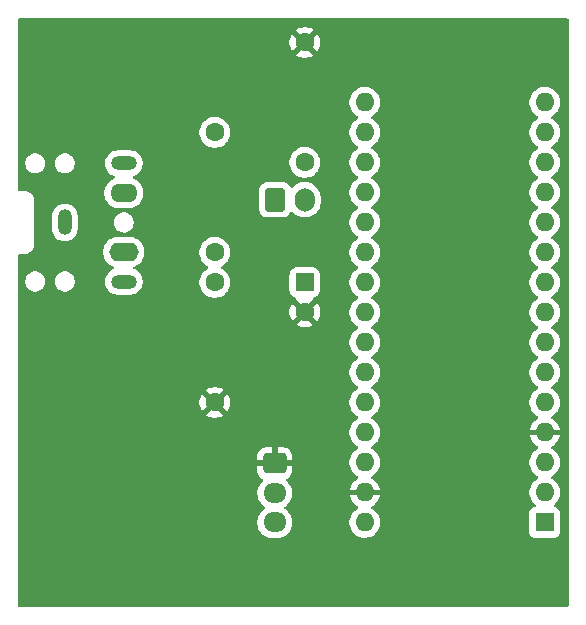
<source format=gbr>
%TF.GenerationSoftware,KiCad,Pcbnew,9.0.6-9.0.6~ubuntu24.04.1*%
%TF.CreationDate,2025-12-30T17:11:54-05:00*%
%TF.ProjectId,Dryer Buzzer V3,44727965-7220-4427-957a-7a6572205633,rev?*%
%TF.SameCoordinates,Original*%
%TF.FileFunction,Copper,L2,Bot*%
%TF.FilePolarity,Positive*%
%FSLAX46Y46*%
G04 Gerber Fmt 4.6, Leading zero omitted, Abs format (unit mm)*
G04 Created by KiCad (PCBNEW 9.0.6-9.0.6~ubuntu24.04.1) date 2025-12-30 17:11:54*
%MOMM*%
%LPD*%
G01*
G04 APERTURE LIST*
G04 Aperture macros list*
%AMRoundRect*
0 Rectangle with rounded corners*
0 $1 Rounding radius*
0 $2 $3 $4 $5 $6 $7 $8 $9 X,Y pos of 4 corners*
0 Add a 4 corners polygon primitive as box body*
4,1,4,$2,$3,$4,$5,$6,$7,$8,$9,$2,$3,0*
0 Add four circle primitives for the rounded corners*
1,1,$1+$1,$2,$3*
1,1,$1+$1,$4,$5*
1,1,$1+$1,$6,$7*
1,1,$1+$1,$8,$9*
0 Add four rect primitives between the rounded corners*
20,1,$1+$1,$2,$3,$4,$5,0*
20,1,$1+$1,$4,$5,$6,$7,0*
20,1,$1+$1,$6,$7,$8,$9,0*
20,1,$1+$1,$8,$9,$2,$3,0*%
G04 Aperture macros list end*
%TA.AperFunction,ComponentPad*%
%ADD10C,1.600000*%
%TD*%
%TA.AperFunction,ComponentPad*%
%ADD11RoundRect,0.250000X-0.725000X0.600000X-0.725000X-0.600000X0.725000X-0.600000X0.725000X0.600000X0*%
%TD*%
%TA.AperFunction,ComponentPad*%
%ADD12O,1.950000X1.700000*%
%TD*%
%TA.AperFunction,ComponentPad*%
%ADD13RoundRect,0.250000X-0.600000X-0.750000X0.600000X-0.750000X0.600000X0.750000X-0.600000X0.750000X0*%
%TD*%
%TA.AperFunction,ComponentPad*%
%ADD14O,1.700000X2.000000*%
%TD*%
%TA.AperFunction,ComponentPad*%
%ADD15O,2.200000X1.200000*%
%TD*%
%TA.AperFunction,ComponentPad*%
%ADD16O,2.300000X1.600000*%
%TD*%
%TA.AperFunction,ComponentPad*%
%ADD17O,1.200000X2.200000*%
%TD*%
%TA.AperFunction,ComponentPad*%
%ADD18O,2.500000X1.600000*%
%TD*%
%TA.AperFunction,ComponentPad*%
%ADD19RoundRect,0.250000X-0.550000X0.550000X-0.550000X-0.550000X0.550000X-0.550000X0.550000X0.550000X0*%
%TD*%
%TA.AperFunction,ComponentPad*%
%ADD20O,1.600000X1.600000*%
%TD*%
%TA.AperFunction,ComponentPad*%
%ADD21R,1.600000X1.600000*%
%TD*%
%TA.AperFunction,ViaPad*%
%ADD22C,0.600000*%
%TD*%
G04 APERTURE END LIST*
D10*
%TO.P,R6,1*%
%TO.N,/A0*%
X40640000Y-25400000D03*
%TO.P,R6,2*%
%TO.N,GND*%
X40640000Y-15240000D03*
%TD*%
%TO.P,R2,1*%
%TO.N,Net-(C1-Pad1)*%
X33020000Y-35560000D03*
%TO.P,R2,2*%
%TO.N,GND*%
X33020000Y-45720000D03*
%TD*%
%TO.P,R1,1*%
%TO.N,+3V3*%
X33020000Y-22860000D03*
%TO.P,R1,2*%
%TO.N,Net-(C1-Pad1)*%
X33020000Y-33020000D03*
%TD*%
D11*
%TO.P,J4,1,Pin_1*%
%TO.N,GND*%
X38100000Y-50880000D03*
D12*
%TO.P,J4,2,Pin_2*%
%TO.N,/D8*%
X38100000Y-53380000D03*
%TO.P,J4,3,Pin_3*%
%TO.N,+9V*%
X38100000Y-55880000D03*
%TD*%
D13*
%TO.P,J2,1,Pin_1*%
%TO.N,+3V3*%
X38140000Y-28552000D03*
D14*
%TO.P,J2,2,Pin_2*%
%TO.N,/A0*%
X40640000Y-28552000D03*
%TD*%
D15*
%TO.P,J1,R*%
%TO.N,unconnected-(J1-PadR)*%
X25320000Y-25480000D03*
D16*
%TO.P,J1,RN*%
%TO.N,unconnected-(J1-PadRN)*%
X25320000Y-27980000D03*
D17*
%TO.P,J1,S*%
%TO.N,/A1*%
X20320000Y-30480000D03*
D15*
%TO.P,J1,T*%
%TO.N,Net-(C1-Pad1)*%
X25320000Y-35480000D03*
D18*
%TO.P,J1,TN*%
%TO.N,unconnected-(J1-PadTN)*%
X25320000Y-32980000D03*
%TD*%
D19*
%TO.P,C1,1*%
%TO.N,Net-(C1-Pad1)*%
X40640000Y-35560000D03*
D10*
%TO.P,C1,2*%
%TO.N,GND*%
X40640000Y-38060000D03*
%TD*%
D20*
%TO.P,A1,30,VIN*%
%TO.N,+9V*%
X45720000Y-55880000D03*
%TO.P,A1,29,GND*%
%TO.N,GND*%
X45720000Y-53340000D03*
%TO.P,A1,28,~{RESET}*%
%TO.N,unconnected-(A1-~{RESET}-Pad28)*%
X45720000Y-50800000D03*
%TO.P,A1,27,+5V*%
%TO.N,unconnected-(A1-+5V-Pad27)*%
X45720000Y-48260000D03*
%TO.P,A1,26,A7*%
%TO.N,unconnected-(A1-A7-Pad26)*%
X45720000Y-45720000D03*
%TO.P,A1,25,A6*%
%TO.N,unconnected-(A1-A6-Pad25)*%
X45720000Y-43180000D03*
%TO.P,A1,24,A5*%
%TO.N,unconnected-(A1-A5-Pad24)*%
X45720000Y-40640000D03*
%TO.P,A1,23,A4*%
%TO.N,unconnected-(A1-A4-Pad23)*%
X45720000Y-38100000D03*
%TO.P,A1,22,A3*%
%TO.N,unconnected-(A1-A3-Pad22)*%
X45720000Y-35560000D03*
%TO.P,A1,21,A2*%
%TO.N,unconnected-(A1-A2-Pad21)*%
X45720000Y-33020000D03*
%TO.P,A1,20,A1*%
%TO.N,/A1*%
X45720000Y-30480000D03*
%TO.P,A1,19,A0*%
%TO.N,/A0*%
X45720000Y-27940000D03*
%TO.P,A1,18,AREF*%
%TO.N,unconnected-(A1-AREF-Pad18)*%
X45720000Y-25400000D03*
%TO.P,A1,17,3V3*%
%TO.N,+3V3*%
X45720000Y-22860000D03*
%TO.P,A1,16,D13*%
%TO.N,unconnected-(A1-D13-Pad16)*%
X45720000Y-20320000D03*
%TO.P,A1,15,D12*%
%TO.N,unconnected-(A1-D12-Pad15)*%
X60960000Y-20320000D03*
%TO.P,A1,14,D11*%
%TO.N,unconnected-(A1-D11-Pad14)*%
X60960000Y-22860000D03*
%TO.P,A1,13,D10*%
%TO.N,unconnected-(A1-D10-Pad13)*%
X60960000Y-25400000D03*
%TO.P,A1,12,D9*%
%TO.N,unconnected-(A1-D9-Pad12)*%
X60960000Y-27940000D03*
%TO.P,A1,11,D8*%
%TO.N,unconnected-(A1-D8-Pad11)*%
X60960000Y-30480000D03*
%TO.P,A1,10,D7*%
%TO.N,unconnected-(A1-D7-Pad10)*%
X60960000Y-33020000D03*
%TO.P,A1,9,D6*%
%TO.N,unconnected-(A1-D6-Pad9)*%
X60960000Y-35560000D03*
%TO.P,A1,8,D5*%
%TO.N,/D8*%
X60960000Y-38100000D03*
%TO.P,A1,7,D4*%
%TO.N,unconnected-(A1-D4-Pad7)*%
X60960000Y-40640000D03*
%TO.P,A1,6,D3*%
%TO.N,unconnected-(A1-D3-Pad6)*%
X60960000Y-43180000D03*
%TO.P,A1,5,D2*%
%TO.N,unconnected-(A1-D2-Pad5)*%
X60960000Y-45720000D03*
%TO.P,A1,4,GND*%
%TO.N,GND*%
X60960000Y-48260000D03*
%TO.P,A1,3,~{RESET}*%
%TO.N,unconnected-(A1-~{RESET}-Pad3)*%
X60960000Y-50800000D03*
%TO.P,A1,2,D0/RX*%
%TO.N,unconnected-(A1-D0{slash}RX-Pad2)*%
X60960000Y-53340000D03*
D21*
%TO.P,A1,1,D1/TX*%
%TO.N,unconnected-(A1-D1{slash}TX-Pad1)*%
X60960000Y-55880000D03*
%TD*%
D22*
%TO.N,GND*%
X43180000Y-53340000D03*
X38100000Y-33020000D03*
X43180000Y-25400000D03*
X38100000Y-25400000D03*
X30480000Y-33020000D03*
%TD*%
%TA.AperFunction,Conductor*%
%TO.N,GND*%
G36*
X62942539Y-13220185D02*
G01*
X62988294Y-13272989D01*
X62999500Y-13324500D01*
X62999500Y-62875500D01*
X62979815Y-62942539D01*
X62927011Y-62988294D01*
X62875500Y-62999500D01*
X16444500Y-62999500D01*
X16377461Y-62979815D01*
X16331706Y-62927011D01*
X16320500Y-62875500D01*
X16320500Y-53273713D01*
X36624500Y-53273713D01*
X36624500Y-53486286D01*
X36649955Y-53647007D01*
X36657754Y-53696243D01*
X36704211Y-53839223D01*
X36723444Y-53898414D01*
X36819951Y-54087820D01*
X36944890Y-54259786D01*
X37095209Y-54410105D01*
X37095214Y-54410109D01*
X37259793Y-54529682D01*
X37302459Y-54585011D01*
X37308438Y-54654625D01*
X37275833Y-54716420D01*
X37259793Y-54730318D01*
X37095214Y-54849890D01*
X37095209Y-54849894D01*
X36944890Y-55000213D01*
X36819951Y-55172179D01*
X36723444Y-55361585D01*
X36657753Y-55563760D01*
X36624500Y-55773713D01*
X36624500Y-55986286D01*
X36657753Y-56196239D01*
X36723444Y-56398414D01*
X36819951Y-56587820D01*
X36944890Y-56759786D01*
X37095213Y-56910109D01*
X37267179Y-57035048D01*
X37267181Y-57035049D01*
X37267184Y-57035051D01*
X37456588Y-57131557D01*
X37658757Y-57197246D01*
X37868713Y-57230500D01*
X37868714Y-57230500D01*
X38331286Y-57230500D01*
X38331287Y-57230500D01*
X38541243Y-57197246D01*
X38743412Y-57131557D01*
X38932816Y-57035051D01*
X38991680Y-56992284D01*
X39104786Y-56910109D01*
X39104788Y-56910106D01*
X39104792Y-56910104D01*
X39255104Y-56759792D01*
X39255106Y-56759788D01*
X39255109Y-56759786D01*
X39380048Y-56587820D01*
X39380047Y-56587820D01*
X39380051Y-56587816D01*
X39476557Y-56398412D01*
X39542246Y-56196243D01*
X39575500Y-55986287D01*
X39575500Y-55773713D01*
X39542246Y-55563757D01*
X39476557Y-55361588D01*
X39380051Y-55172184D01*
X39380049Y-55172181D01*
X39380048Y-55172179D01*
X39255109Y-55000213D01*
X39104792Y-54849896D01*
X39104784Y-54849890D01*
X38940204Y-54730316D01*
X38897540Y-54674989D01*
X38891561Y-54605376D01*
X38924166Y-54543580D01*
X38940199Y-54529686D01*
X39104792Y-54410104D01*
X39255104Y-54259792D01*
X39255106Y-54259788D01*
X39255109Y-54259786D01*
X39380048Y-54087820D01*
X39380047Y-54087820D01*
X39380051Y-54087816D01*
X39476557Y-53898412D01*
X39542246Y-53696243D01*
X39575500Y-53486287D01*
X39575500Y-53273713D01*
X39542246Y-53063757D01*
X39476557Y-52861588D01*
X39380051Y-52672184D01*
X39380049Y-52672181D01*
X39380048Y-52672179D01*
X39255109Y-52500213D01*
X39115931Y-52361035D01*
X39082446Y-52299712D01*
X39087430Y-52230020D01*
X39129302Y-52174087D01*
X39138516Y-52167815D01*
X39293343Y-52072317D01*
X39417315Y-51948345D01*
X39509356Y-51799124D01*
X39509358Y-51799119D01*
X39564505Y-51632697D01*
X39564506Y-51632690D01*
X39574999Y-51529986D01*
X39575000Y-51529973D01*
X39575000Y-51130000D01*
X38504146Y-51130000D01*
X38542630Y-51063343D01*
X38575000Y-50942535D01*
X38575000Y-50817465D01*
X38542630Y-50696657D01*
X38504146Y-50630000D01*
X39574999Y-50630000D01*
X39574999Y-50230028D01*
X39574998Y-50230013D01*
X39564505Y-50127302D01*
X39509358Y-49960880D01*
X39509356Y-49960875D01*
X39417315Y-49811654D01*
X39293345Y-49687684D01*
X39144124Y-49595643D01*
X39144119Y-49595641D01*
X38977697Y-49540494D01*
X38977690Y-49540493D01*
X38874986Y-49530000D01*
X38350000Y-49530000D01*
X38350000Y-50475854D01*
X38283343Y-50437370D01*
X38162535Y-50405000D01*
X38037465Y-50405000D01*
X37916657Y-50437370D01*
X37850000Y-50475854D01*
X37850000Y-49530000D01*
X37325028Y-49530000D01*
X37325012Y-49530001D01*
X37222302Y-49540494D01*
X37055880Y-49595641D01*
X37055875Y-49595643D01*
X36906654Y-49687684D01*
X36782684Y-49811654D01*
X36690643Y-49960875D01*
X36690641Y-49960880D01*
X36635494Y-50127302D01*
X36635493Y-50127309D01*
X36625000Y-50230013D01*
X36625000Y-50630000D01*
X37695854Y-50630000D01*
X37657370Y-50696657D01*
X37625000Y-50817465D01*
X37625000Y-50942535D01*
X37657370Y-51063343D01*
X37695854Y-51130000D01*
X36625001Y-51130000D01*
X36625001Y-51529986D01*
X36635494Y-51632697D01*
X36690641Y-51799119D01*
X36690643Y-51799124D01*
X36782684Y-51948345D01*
X36906654Y-52072315D01*
X37061484Y-52167815D01*
X37108208Y-52219763D01*
X37119431Y-52288726D01*
X37091587Y-52352808D01*
X37084069Y-52361035D01*
X36944889Y-52500215D01*
X36819951Y-52672179D01*
X36723444Y-52861585D01*
X36657753Y-53063760D01*
X36624500Y-53273713D01*
X16320500Y-53273713D01*
X16320500Y-45617682D01*
X31720000Y-45617682D01*
X31720000Y-45822317D01*
X31752009Y-46024417D01*
X31815244Y-46219031D01*
X31908141Y-46401350D01*
X31908147Y-46401359D01*
X31940523Y-46445921D01*
X31940524Y-46445922D01*
X32620000Y-45766446D01*
X32620000Y-45772661D01*
X32647259Y-45874394D01*
X32699920Y-45965606D01*
X32774394Y-46040080D01*
X32865606Y-46092741D01*
X32967339Y-46120000D01*
X32973553Y-46120000D01*
X32294076Y-46799474D01*
X32338650Y-46831859D01*
X32520968Y-46924755D01*
X32715582Y-46987990D01*
X32917683Y-47020000D01*
X33122317Y-47020000D01*
X33324417Y-46987990D01*
X33519031Y-46924755D01*
X33701349Y-46831859D01*
X33745921Y-46799474D01*
X33066447Y-46120000D01*
X33072661Y-46120000D01*
X33174394Y-46092741D01*
X33265606Y-46040080D01*
X33340080Y-45965606D01*
X33392741Y-45874394D01*
X33420000Y-45772661D01*
X33420000Y-45766447D01*
X34099474Y-46445921D01*
X34131859Y-46401349D01*
X34224755Y-46219031D01*
X34287990Y-46024417D01*
X34320000Y-45822317D01*
X34320000Y-45617682D01*
X34287990Y-45415582D01*
X34224755Y-45220968D01*
X34131859Y-45038650D01*
X34099474Y-44994077D01*
X34099474Y-44994076D01*
X33420000Y-45673551D01*
X33420000Y-45667339D01*
X33392741Y-45565606D01*
X33340080Y-45474394D01*
X33265606Y-45399920D01*
X33174394Y-45347259D01*
X33072661Y-45320000D01*
X33066446Y-45320000D01*
X33745922Y-44640524D01*
X33745921Y-44640523D01*
X33701359Y-44608147D01*
X33701350Y-44608141D01*
X33519031Y-44515244D01*
X33324417Y-44452009D01*
X33122317Y-44420000D01*
X32917683Y-44420000D01*
X32715582Y-44452009D01*
X32520968Y-44515244D01*
X32338644Y-44608143D01*
X32294077Y-44640523D01*
X32294077Y-44640524D01*
X32973554Y-45320000D01*
X32967339Y-45320000D01*
X32865606Y-45347259D01*
X32774394Y-45399920D01*
X32699920Y-45474394D01*
X32647259Y-45565606D01*
X32620000Y-45667339D01*
X32620000Y-45673553D01*
X31940524Y-44994077D01*
X31940523Y-44994077D01*
X31908143Y-45038644D01*
X31815244Y-45220968D01*
X31752009Y-45415582D01*
X31720000Y-45617682D01*
X16320500Y-45617682D01*
X16320500Y-35396228D01*
X16969500Y-35396228D01*
X16969500Y-35563771D01*
X17002182Y-35728074D01*
X17002184Y-35728082D01*
X17066295Y-35882860D01*
X17159373Y-36022162D01*
X17277837Y-36140626D01*
X17370494Y-36202537D01*
X17417137Y-36233703D01*
X17571918Y-36297816D01*
X17736228Y-36330499D01*
X17736232Y-36330500D01*
X17736233Y-36330500D01*
X17903768Y-36330500D01*
X17903769Y-36330499D01*
X18068082Y-36297816D01*
X18222863Y-36233703D01*
X18362162Y-36140626D01*
X18480626Y-36022162D01*
X18573703Y-35882863D01*
X18637816Y-35728082D01*
X18670500Y-35563767D01*
X18670500Y-35396233D01*
X18670499Y-35396228D01*
X19469500Y-35396228D01*
X19469500Y-35563771D01*
X19502182Y-35728074D01*
X19502184Y-35728082D01*
X19566295Y-35882860D01*
X19659373Y-36022162D01*
X19777837Y-36140626D01*
X19870494Y-36202537D01*
X19917137Y-36233703D01*
X20071918Y-36297816D01*
X20236228Y-36330499D01*
X20236232Y-36330500D01*
X20236233Y-36330500D01*
X20403768Y-36330500D01*
X20403769Y-36330499D01*
X20568082Y-36297816D01*
X20722863Y-36233703D01*
X20862162Y-36140626D01*
X20980626Y-36022162D01*
X21073703Y-35882863D01*
X21137816Y-35728082D01*
X21170500Y-35563767D01*
X21170500Y-35396233D01*
X21137816Y-35231918D01*
X21073703Y-35077137D01*
X20995429Y-34959992D01*
X20980626Y-34937837D01*
X20862162Y-34819373D01*
X20722860Y-34726295D01*
X20568082Y-34662184D01*
X20568074Y-34662182D01*
X20403771Y-34629500D01*
X20403767Y-34629500D01*
X20236233Y-34629500D01*
X20236228Y-34629500D01*
X20071925Y-34662182D01*
X20071917Y-34662184D01*
X19917139Y-34726295D01*
X19777837Y-34819373D01*
X19659373Y-34937837D01*
X19566295Y-35077139D01*
X19502184Y-35231917D01*
X19502182Y-35231925D01*
X19469500Y-35396228D01*
X18670499Y-35396228D01*
X18637816Y-35231918D01*
X18573703Y-35077137D01*
X18495429Y-34959992D01*
X18480626Y-34937837D01*
X18362162Y-34819373D01*
X18222860Y-34726295D01*
X18068082Y-34662184D01*
X18068074Y-34662182D01*
X17903771Y-34629500D01*
X17903767Y-34629500D01*
X17736233Y-34629500D01*
X17736228Y-34629500D01*
X17571925Y-34662182D01*
X17571917Y-34662184D01*
X17417139Y-34726295D01*
X17277837Y-34819373D01*
X17159373Y-34937837D01*
X17066295Y-35077139D01*
X17002184Y-35231917D01*
X17002182Y-35231925D01*
X16969500Y-35396228D01*
X16320500Y-35396228D01*
X16320500Y-33304500D01*
X16340185Y-33237461D01*
X16392989Y-33191706D01*
X16444500Y-33180500D01*
X16908693Y-33180500D01*
X16908694Y-33180499D01*
X16966682Y-33168964D01*
X17082658Y-33145896D01*
X17082661Y-33145894D01*
X17082666Y-33145894D01*
X17246547Y-33078013D01*
X17394035Y-32979464D01*
X17495851Y-32877648D01*
X23569500Y-32877648D01*
X23569500Y-33082351D01*
X23601522Y-33284534D01*
X23664781Y-33479223D01*
X23757715Y-33661613D01*
X23878028Y-33827213D01*
X24022786Y-33971971D01*
X24177749Y-34084556D01*
X24188390Y-34092287D01*
X24370781Y-34185220D01*
X24444252Y-34209092D01*
X24501928Y-34248530D01*
X24529126Y-34312888D01*
X24517211Y-34381735D01*
X24469967Y-34433210D01*
X24444254Y-34444953D01*
X24435761Y-34447713D01*
X24397550Y-34460128D01*
X24243211Y-34538768D01*
X24163256Y-34596859D01*
X24103072Y-34640586D01*
X24103070Y-34640588D01*
X24103069Y-34640588D01*
X23980588Y-34763069D01*
X23980588Y-34763070D01*
X23980586Y-34763072D01*
X23939681Y-34819373D01*
X23878768Y-34903211D01*
X23800128Y-35057552D01*
X23746597Y-35222302D01*
X23719500Y-35393389D01*
X23719500Y-35566611D01*
X23746598Y-35737701D01*
X23800127Y-35902445D01*
X23878768Y-36056788D01*
X23980586Y-36196928D01*
X24103072Y-36319414D01*
X24243212Y-36421232D01*
X24397555Y-36499873D01*
X24562299Y-36553402D01*
X24733389Y-36580500D01*
X24733390Y-36580500D01*
X25906610Y-36580500D01*
X25906611Y-36580500D01*
X26077701Y-36553402D01*
X26242445Y-36499873D01*
X26396788Y-36421232D01*
X26536928Y-36319414D01*
X26659414Y-36196928D01*
X26761232Y-36056788D01*
X26839873Y-35902445D01*
X26893402Y-35737701D01*
X26920500Y-35566611D01*
X26920500Y-35393389D01*
X26893402Y-35222299D01*
X26839873Y-35057555D01*
X26761232Y-34903212D01*
X26659414Y-34763072D01*
X26536928Y-34640586D01*
X26396788Y-34538768D01*
X26242445Y-34460127D01*
X26195744Y-34444952D01*
X26138071Y-34405516D01*
X26110873Y-34341157D01*
X26122788Y-34272311D01*
X26170032Y-34220835D01*
X26195743Y-34209093D01*
X26269219Y-34185220D01*
X26451610Y-34092287D01*
X26544590Y-34024732D01*
X26617213Y-33971971D01*
X26617215Y-33971968D01*
X26617219Y-33971966D01*
X26761966Y-33827219D01*
X26761968Y-33827215D01*
X26761971Y-33827213D01*
X26853223Y-33701613D01*
X26882287Y-33661610D01*
X26975220Y-33479219D01*
X27038477Y-33284534D01*
X27070500Y-33082352D01*
X27070500Y-32917648D01*
X31719500Y-32917648D01*
X31719500Y-33122351D01*
X31751522Y-33324534D01*
X31814781Y-33519223D01*
X31878691Y-33644653D01*
X31887333Y-33661613D01*
X31907715Y-33701613D01*
X32028028Y-33867213D01*
X32172786Y-34011971D01*
X32283330Y-34092284D01*
X32338390Y-34132287D01*
X32429840Y-34178883D01*
X32431080Y-34179515D01*
X32481876Y-34227490D01*
X32498671Y-34295311D01*
X32476134Y-34361446D01*
X32431080Y-34400485D01*
X32338386Y-34447715D01*
X32172786Y-34568028D01*
X32028028Y-34712786D01*
X31907715Y-34878386D01*
X31814781Y-35060776D01*
X31751522Y-35255465D01*
X31719500Y-35457648D01*
X31719500Y-35662351D01*
X31751522Y-35864534D01*
X31814781Y-36059223D01*
X31866135Y-36160009D01*
X31903684Y-36233703D01*
X31907715Y-36241613D01*
X32028028Y-36407213D01*
X32172786Y-36551971D01*
X32327749Y-36664556D01*
X32338390Y-36672287D01*
X32431080Y-36719515D01*
X32520776Y-36765218D01*
X32520778Y-36765218D01*
X32520781Y-36765220D01*
X32611856Y-36794812D01*
X32715465Y-36828477D01*
X32734697Y-36831523D01*
X32917648Y-36860500D01*
X32917649Y-36860500D01*
X33122351Y-36860500D01*
X33122352Y-36860500D01*
X33324534Y-36828477D01*
X33519219Y-36765220D01*
X33701610Y-36672287D01*
X33830482Y-36578657D01*
X33867213Y-36551971D01*
X33867215Y-36551968D01*
X33867219Y-36551966D01*
X34011966Y-36407219D01*
X34011968Y-36407215D01*
X34011971Y-36407213D01*
X34067706Y-36330499D01*
X34132287Y-36241610D01*
X34225220Y-36059219D01*
X34288477Y-35864534D01*
X34320500Y-35662352D01*
X34320500Y-35457648D01*
X34288477Y-35255466D01*
X34280825Y-35231917D01*
X34225218Y-35060776D01*
X34200940Y-35013129D01*
X34173861Y-34959983D01*
X39339500Y-34959983D01*
X39339500Y-36160001D01*
X39339501Y-36160018D01*
X39350000Y-36262796D01*
X39350001Y-36262799D01*
X39397856Y-36407213D01*
X39405186Y-36429334D01*
X39497288Y-36578656D01*
X39621344Y-36702712D01*
X39770666Y-36794814D01*
X39832440Y-36815284D01*
X39889884Y-36855055D01*
X39916707Y-36919571D01*
X39917053Y-36942719D01*
X39914077Y-36980524D01*
X40593554Y-37660000D01*
X40587339Y-37660000D01*
X40485606Y-37687259D01*
X40394394Y-37739920D01*
X40319920Y-37814394D01*
X40267259Y-37905606D01*
X40240000Y-38007339D01*
X40240000Y-38013553D01*
X39560524Y-37334077D01*
X39560523Y-37334077D01*
X39528143Y-37378644D01*
X39435244Y-37560968D01*
X39372009Y-37755582D01*
X39340000Y-37957682D01*
X39340000Y-38162317D01*
X39372009Y-38364417D01*
X39435244Y-38559031D01*
X39528141Y-38741350D01*
X39528147Y-38741359D01*
X39560523Y-38785921D01*
X39560524Y-38785922D01*
X40240000Y-38106446D01*
X40240000Y-38112661D01*
X40267259Y-38214394D01*
X40319920Y-38305606D01*
X40394394Y-38380080D01*
X40485606Y-38432741D01*
X40587339Y-38460000D01*
X40593553Y-38460000D01*
X39914076Y-39139474D01*
X39958650Y-39171859D01*
X40140968Y-39264755D01*
X40335582Y-39327990D01*
X40537683Y-39360000D01*
X40742317Y-39360000D01*
X40944417Y-39327990D01*
X41139031Y-39264755D01*
X41321349Y-39171859D01*
X41365921Y-39139474D01*
X40686447Y-38460000D01*
X40692661Y-38460000D01*
X40794394Y-38432741D01*
X40885606Y-38380080D01*
X40960080Y-38305606D01*
X41012741Y-38214394D01*
X41040000Y-38112661D01*
X41040000Y-38106447D01*
X41719474Y-38785921D01*
X41751859Y-38741349D01*
X41844755Y-38559031D01*
X41907990Y-38364417D01*
X41940000Y-38162317D01*
X41940000Y-37957682D01*
X41907990Y-37755582D01*
X41844755Y-37560968D01*
X41751859Y-37378650D01*
X41719474Y-37334077D01*
X41719474Y-37334076D01*
X41040000Y-38013551D01*
X41040000Y-38007339D01*
X41012741Y-37905606D01*
X40960080Y-37814394D01*
X40885606Y-37739920D01*
X40794394Y-37687259D01*
X40692661Y-37660000D01*
X40686446Y-37660000D01*
X41365921Y-36980525D01*
X41362946Y-36942719D01*
X41377310Y-36874341D01*
X41426361Y-36824584D01*
X41447555Y-36815285D01*
X41509334Y-36794814D01*
X41658656Y-36702712D01*
X41782712Y-36578656D01*
X41874814Y-36429334D01*
X41929999Y-36262797D01*
X41940500Y-36160009D01*
X41940499Y-34959992D01*
X41929999Y-34857203D01*
X41874814Y-34690666D01*
X41782712Y-34541344D01*
X41658656Y-34417288D01*
X41509334Y-34325186D01*
X41342797Y-34270001D01*
X41342795Y-34270000D01*
X41240010Y-34259500D01*
X40039998Y-34259500D01*
X40039981Y-34259501D01*
X39937203Y-34270000D01*
X39937200Y-34270001D01*
X39770668Y-34325185D01*
X39770663Y-34325187D01*
X39621342Y-34417289D01*
X39497289Y-34541342D01*
X39405187Y-34690663D01*
X39405186Y-34690666D01*
X39350001Y-34857203D01*
X39350001Y-34857204D01*
X39350000Y-34857204D01*
X39339500Y-34959983D01*
X34173861Y-34959983D01*
X34132284Y-34878385D01*
X34011971Y-34712786D01*
X33867213Y-34568028D01*
X33701614Y-34447715D01*
X33673146Y-34433210D01*
X33608917Y-34400483D01*
X33558123Y-34352511D01*
X33541328Y-34284690D01*
X33563865Y-34218555D01*
X33608917Y-34179516D01*
X33701610Y-34132287D01*
X33756670Y-34092284D01*
X33867213Y-34011971D01*
X33867215Y-34011968D01*
X33867219Y-34011966D01*
X34011966Y-33867219D01*
X34011968Y-33867215D01*
X34011971Y-33867213D01*
X34064732Y-33794590D01*
X34132287Y-33701610D01*
X34225220Y-33519219D01*
X34288477Y-33324534D01*
X34320500Y-33122352D01*
X34320500Y-32917648D01*
X34310424Y-32854034D01*
X34288477Y-32715465D01*
X34225218Y-32520776D01*
X34191503Y-32454607D01*
X34132287Y-32338390D01*
X34089865Y-32280000D01*
X34011971Y-32172786D01*
X33867213Y-32028028D01*
X33701613Y-31907715D01*
X33701612Y-31907714D01*
X33701610Y-31907713D01*
X33623106Y-31867713D01*
X33519223Y-31814781D01*
X33324534Y-31751522D01*
X33149995Y-31723878D01*
X33122352Y-31719500D01*
X32917648Y-31719500D01*
X32893329Y-31723351D01*
X32715465Y-31751522D01*
X32520776Y-31814781D01*
X32338386Y-31907715D01*
X32172786Y-32028028D01*
X32028028Y-32172786D01*
X31907715Y-32338386D01*
X31814781Y-32520776D01*
X31751522Y-32715465D01*
X31719500Y-32917648D01*
X27070500Y-32917648D01*
X27070500Y-32877648D01*
X27038477Y-32675465D01*
X26975218Y-32480776D01*
X26941503Y-32414607D01*
X26882287Y-32298390D01*
X26868563Y-32279500D01*
X26761971Y-32132786D01*
X26617213Y-31988028D01*
X26451613Y-31867715D01*
X26451612Y-31867714D01*
X26451610Y-31867713D01*
X26394653Y-31838691D01*
X26269223Y-31774781D01*
X26074534Y-31711522D01*
X25899995Y-31683878D01*
X25872352Y-31679500D01*
X24767648Y-31679500D01*
X24743329Y-31683351D01*
X24565465Y-31711522D01*
X24370776Y-31774781D01*
X24188386Y-31867715D01*
X24022786Y-31988028D01*
X23878028Y-32132786D01*
X23757715Y-32298386D01*
X23664781Y-32480776D01*
X23601522Y-32675465D01*
X23569500Y-32877648D01*
X17495851Y-32877648D01*
X17519464Y-32854035D01*
X17536929Y-32827896D01*
X17552974Y-32803885D01*
X17618009Y-32706553D01*
X17618009Y-32706552D01*
X17618013Y-32706547D01*
X17685894Y-32542666D01*
X17690248Y-32520781D01*
X17720499Y-32368695D01*
X17720500Y-32368693D01*
X17720500Y-29893389D01*
X19219500Y-29893389D01*
X19219500Y-31066610D01*
X19245964Y-31233703D01*
X19246598Y-31237701D01*
X19300127Y-31402445D01*
X19378768Y-31556788D01*
X19480586Y-31696928D01*
X19603072Y-31819414D01*
X19743212Y-31921232D01*
X19897555Y-31999873D01*
X20062299Y-32053402D01*
X20233389Y-32080500D01*
X20233390Y-32080500D01*
X20406610Y-32080500D01*
X20406611Y-32080500D01*
X20577701Y-32053402D01*
X20742445Y-31999873D01*
X20896788Y-31921232D01*
X21036928Y-31819414D01*
X21159414Y-31696928D01*
X21261232Y-31556788D01*
X21339873Y-31402445D01*
X21393402Y-31237701D01*
X21420500Y-31066611D01*
X21420500Y-30396228D01*
X24469500Y-30396228D01*
X24469500Y-30563771D01*
X24502182Y-30728074D01*
X24502184Y-30728082D01*
X24566295Y-30882860D01*
X24659373Y-31022162D01*
X24777837Y-31140626D01*
X24870494Y-31202537D01*
X24917137Y-31233703D01*
X25071918Y-31297816D01*
X25219708Y-31327213D01*
X25236228Y-31330499D01*
X25236232Y-31330500D01*
X25236233Y-31330500D01*
X25403768Y-31330500D01*
X25403769Y-31330499D01*
X25568082Y-31297816D01*
X25722863Y-31233703D01*
X25862162Y-31140626D01*
X25980626Y-31022162D01*
X26073703Y-30882863D01*
X26137816Y-30728082D01*
X26170500Y-30563767D01*
X26170500Y-30396233D01*
X26137816Y-30231918D01*
X26073703Y-30077137D01*
X26009320Y-29980781D01*
X25980626Y-29937837D01*
X25862162Y-29819373D01*
X25722860Y-29726295D01*
X25568082Y-29662184D01*
X25568074Y-29662182D01*
X25403771Y-29629500D01*
X25403767Y-29629500D01*
X25236233Y-29629500D01*
X25236228Y-29629500D01*
X25071925Y-29662182D01*
X25071917Y-29662184D01*
X24917139Y-29726295D01*
X24777837Y-29819373D01*
X24659373Y-29937837D01*
X24566295Y-30077139D01*
X24502184Y-30231917D01*
X24502182Y-30231925D01*
X24469500Y-30396228D01*
X21420500Y-30396228D01*
X21420500Y-29893389D01*
X21393402Y-29722299D01*
X21339873Y-29557555D01*
X21261232Y-29403212D01*
X21159414Y-29263072D01*
X21036928Y-29140586D01*
X20896788Y-29038768D01*
X20742445Y-28960127D01*
X20577701Y-28906598D01*
X20577699Y-28906597D01*
X20577698Y-28906597D01*
X20446271Y-28885781D01*
X20406611Y-28879500D01*
X20233389Y-28879500D01*
X20193728Y-28885781D01*
X20062302Y-28906597D01*
X19897552Y-28960128D01*
X19743211Y-29038768D01*
X19669554Y-29092284D01*
X19603072Y-29140586D01*
X19603070Y-29140588D01*
X19603069Y-29140588D01*
X19480588Y-29263069D01*
X19480588Y-29263070D01*
X19480586Y-29263072D01*
X19438873Y-29320485D01*
X19378768Y-29403211D01*
X19300128Y-29557552D01*
X19246597Y-29722302D01*
X19219500Y-29893389D01*
X17720500Y-29893389D01*
X17720500Y-28591306D01*
X17720499Y-28591304D01*
X17685896Y-28417341D01*
X17685893Y-28417332D01*
X17618016Y-28253459D01*
X17618009Y-28253446D01*
X17519464Y-28105965D01*
X17519461Y-28105961D01*
X17394037Y-27980537D01*
X17387065Y-27975879D01*
X17387064Y-27975878D01*
X17246552Y-27881990D01*
X17246540Y-27881983D01*
X17236074Y-27877648D01*
X23669500Y-27877648D01*
X23669500Y-28082351D01*
X23701522Y-28284534D01*
X23764781Y-28479223D01*
X23819857Y-28587314D01*
X23837333Y-28621613D01*
X23857715Y-28661613D01*
X23978028Y-28827213D01*
X24122786Y-28971971D01*
X24233330Y-29052284D01*
X24288390Y-29092287D01*
X24379196Y-29138555D01*
X24470776Y-29185218D01*
X24470778Y-29185218D01*
X24470781Y-29185220D01*
X24563392Y-29215311D01*
X24665465Y-29248477D01*
X24757595Y-29263069D01*
X24867648Y-29280500D01*
X24867649Y-29280500D01*
X25772351Y-29280500D01*
X25772352Y-29280500D01*
X25974534Y-29248477D01*
X26169219Y-29185220D01*
X26351610Y-29092287D01*
X26453529Y-29018239D01*
X26517213Y-28971971D01*
X26517215Y-28971968D01*
X26517219Y-28971966D01*
X26661966Y-28827219D01*
X26661968Y-28827215D01*
X26661971Y-28827213D01*
X26720690Y-28746392D01*
X26782287Y-28661610D01*
X26875220Y-28479219D01*
X26938477Y-28284534D01*
X26970500Y-28082352D01*
X26970500Y-27877648D01*
X26950596Y-27751983D01*
X36789500Y-27751983D01*
X36789500Y-29352001D01*
X36789501Y-29352018D01*
X36800000Y-29454796D01*
X36800001Y-29454799D01*
X36855185Y-29621331D01*
X36855187Y-29621336D01*
X36880381Y-29662182D01*
X36947288Y-29770656D01*
X37071344Y-29894712D01*
X37220666Y-29986814D01*
X37387203Y-30041999D01*
X37489991Y-30052500D01*
X38790008Y-30052499D01*
X38892797Y-30041999D01*
X39059334Y-29986814D01*
X39208656Y-29894712D01*
X39332712Y-29770656D01*
X39424814Y-29621334D01*
X39424814Y-29621331D01*
X39428178Y-29615879D01*
X39480126Y-29569154D01*
X39549088Y-29557931D01*
X39613170Y-29585774D01*
X39621398Y-29593294D01*
X39760213Y-29732109D01*
X39932179Y-29857048D01*
X39932181Y-29857049D01*
X39932184Y-29857051D01*
X40121588Y-29953557D01*
X40323757Y-30019246D01*
X40533713Y-30052500D01*
X40533714Y-30052500D01*
X40746286Y-30052500D01*
X40746287Y-30052500D01*
X40956243Y-30019246D01*
X41158412Y-29953557D01*
X41347816Y-29857051D01*
X41428562Y-29798386D01*
X41519786Y-29732109D01*
X41519788Y-29732106D01*
X41519792Y-29732104D01*
X41670104Y-29581792D01*
X41670106Y-29581788D01*
X41670109Y-29581786D01*
X41795048Y-29409820D01*
X41795047Y-29409820D01*
X41795051Y-29409816D01*
X41891557Y-29220412D01*
X41957246Y-29018243D01*
X41990500Y-28808287D01*
X41990500Y-28295713D01*
X41957246Y-28085757D01*
X41891557Y-27883588D01*
X41795051Y-27694184D01*
X41795049Y-27694181D01*
X41795048Y-27694179D01*
X41670109Y-27522213D01*
X41519786Y-27371890D01*
X41347820Y-27246951D01*
X41158414Y-27150444D01*
X41158413Y-27150443D01*
X41158412Y-27150443D01*
X40956243Y-27084754D01*
X40956241Y-27084753D01*
X40956240Y-27084753D01*
X40794957Y-27059208D01*
X40746287Y-27051500D01*
X40533713Y-27051500D01*
X40485042Y-27059208D01*
X40323760Y-27084753D01*
X40121585Y-27150444D01*
X39932179Y-27246951D01*
X39760215Y-27371889D01*
X39621398Y-27510706D01*
X39560075Y-27544190D01*
X39490383Y-27539206D01*
X39434450Y-27497334D01*
X39428178Y-27488120D01*
X39332712Y-27333344D01*
X39208657Y-27209289D01*
X39208656Y-27209288D01*
X39059334Y-27117186D01*
X38892797Y-27062001D01*
X38892795Y-27062000D01*
X38790010Y-27051500D01*
X37489998Y-27051500D01*
X37489981Y-27051501D01*
X37387203Y-27062000D01*
X37387200Y-27062001D01*
X37220668Y-27117185D01*
X37220663Y-27117187D01*
X37071342Y-27209289D01*
X36947289Y-27333342D01*
X36855187Y-27482663D01*
X36855185Y-27482668D01*
X36850325Y-27497334D01*
X36800001Y-27649203D01*
X36800001Y-27649204D01*
X36800000Y-27649204D01*
X36789500Y-27751983D01*
X26950596Y-27751983D01*
X26938477Y-27675466D01*
X26875220Y-27480781D01*
X26875218Y-27480778D01*
X26875218Y-27480776D01*
X26819737Y-27371890D01*
X26782287Y-27298390D01*
X26744915Y-27246951D01*
X26661971Y-27132786D01*
X26517213Y-26988028D01*
X26351613Y-26867715D01*
X26351612Y-26867714D01*
X26351610Y-26867713D01*
X26263959Y-26823052D01*
X26169220Y-26774780D01*
X26145744Y-26767152D01*
X26088069Y-26727713D01*
X26060873Y-26663354D01*
X26072789Y-26594508D01*
X26120034Y-26543033D01*
X26145740Y-26531294D01*
X26242445Y-26499873D01*
X26396788Y-26421232D01*
X26536928Y-26319414D01*
X26659414Y-26196928D01*
X26761232Y-26056788D01*
X26839873Y-25902445D01*
X26893402Y-25737701D01*
X26920500Y-25566611D01*
X26920500Y-25393389D01*
X26905336Y-25297648D01*
X39339500Y-25297648D01*
X39339500Y-25502351D01*
X39371522Y-25704534D01*
X39434781Y-25899223D01*
X39527715Y-26081613D01*
X39648028Y-26247213D01*
X39792786Y-26391971D01*
X39941301Y-26499871D01*
X39958390Y-26512287D01*
X40039083Y-26553402D01*
X40140776Y-26605218D01*
X40140778Y-26605218D01*
X40140781Y-26605220D01*
X40232702Y-26635087D01*
X40335465Y-26668477D01*
X40354697Y-26671523D01*
X40537648Y-26700500D01*
X40537649Y-26700500D01*
X40742351Y-26700500D01*
X40742352Y-26700500D01*
X40944534Y-26668477D01*
X41139219Y-26605220D01*
X41321610Y-26512287D01*
X41414590Y-26444732D01*
X41487213Y-26391971D01*
X41487215Y-26391968D01*
X41487219Y-26391966D01*
X41631966Y-26247219D01*
X41631968Y-26247215D01*
X41631971Y-26247213D01*
X41684732Y-26174590D01*
X41752287Y-26081610D01*
X41845220Y-25899219D01*
X41908477Y-25704534D01*
X41940500Y-25502352D01*
X41940500Y-25297648D01*
X41908477Y-25095466D01*
X41845220Y-24900781D01*
X41845218Y-24900778D01*
X41845218Y-24900776D01*
X41803740Y-24819373D01*
X41752287Y-24718390D01*
X41744556Y-24707749D01*
X41631971Y-24552786D01*
X41487213Y-24408028D01*
X41321613Y-24287715D01*
X41321612Y-24287714D01*
X41321610Y-24287713D01*
X41264653Y-24258691D01*
X41139223Y-24194781D01*
X40944534Y-24131522D01*
X40769995Y-24103878D01*
X40742352Y-24099500D01*
X40537648Y-24099500D01*
X40513329Y-24103351D01*
X40335465Y-24131522D01*
X40140776Y-24194781D01*
X39958386Y-24287715D01*
X39792786Y-24408028D01*
X39648028Y-24552786D01*
X39527715Y-24718386D01*
X39434781Y-24900776D01*
X39371522Y-25095465D01*
X39339500Y-25297648D01*
X26905336Y-25297648D01*
X26893402Y-25222299D01*
X26839873Y-25057555D01*
X26761232Y-24903212D01*
X26659414Y-24763072D01*
X26536928Y-24640586D01*
X26396788Y-24538768D01*
X26242445Y-24460127D01*
X26077701Y-24406598D01*
X26077699Y-24406597D01*
X26077698Y-24406597D01*
X25946271Y-24385781D01*
X25906611Y-24379500D01*
X24733389Y-24379500D01*
X24693728Y-24385781D01*
X24562302Y-24406597D01*
X24397552Y-24460128D01*
X24243211Y-24538768D01*
X24163256Y-24596859D01*
X24103072Y-24640586D01*
X24103070Y-24640588D01*
X24103069Y-24640588D01*
X23980588Y-24763069D01*
X23980588Y-24763070D01*
X23980586Y-24763072D01*
X23939681Y-24819373D01*
X23878768Y-24903211D01*
X23800128Y-25057552D01*
X23746597Y-25222302D01*
X23745074Y-25231918D01*
X23719500Y-25393389D01*
X23719500Y-25566611D01*
X23746598Y-25737701D01*
X23800127Y-25902445D01*
X23878768Y-26056788D01*
X23980586Y-26196928D01*
X24103072Y-26319414D01*
X24243212Y-26421232D01*
X24397555Y-26499873D01*
X24494254Y-26531292D01*
X24551927Y-26570728D01*
X24579126Y-26635087D01*
X24567212Y-26703933D01*
X24519968Y-26755409D01*
X24494256Y-26767152D01*
X24470777Y-26774781D01*
X24288386Y-26867715D01*
X24122786Y-26988028D01*
X23978028Y-27132786D01*
X23857715Y-27298386D01*
X23764781Y-27480776D01*
X23701522Y-27675465D01*
X23669500Y-27877648D01*
X17236074Y-27877648D01*
X17082667Y-27814106D01*
X17082658Y-27814103D01*
X16908694Y-27779500D01*
X16908691Y-27779500D01*
X16885892Y-27779500D01*
X16444500Y-27779500D01*
X16377461Y-27759815D01*
X16331706Y-27707011D01*
X16320500Y-27655500D01*
X16320500Y-25396228D01*
X16969500Y-25396228D01*
X16969500Y-25563771D01*
X17002182Y-25728074D01*
X17002184Y-25728082D01*
X17066295Y-25882860D01*
X17159373Y-26022162D01*
X17277837Y-26140626D01*
X17370494Y-26202537D01*
X17417137Y-26233703D01*
X17571918Y-26297816D01*
X17736228Y-26330499D01*
X17736232Y-26330500D01*
X17736233Y-26330500D01*
X17903768Y-26330500D01*
X17903769Y-26330499D01*
X18068082Y-26297816D01*
X18222863Y-26233703D01*
X18362162Y-26140626D01*
X18480626Y-26022162D01*
X18573703Y-25882863D01*
X18637816Y-25728082D01*
X18670500Y-25563767D01*
X18670500Y-25396233D01*
X18670499Y-25396228D01*
X19469500Y-25396228D01*
X19469500Y-25563771D01*
X19502182Y-25728074D01*
X19502184Y-25728082D01*
X19566295Y-25882860D01*
X19659373Y-26022162D01*
X19777837Y-26140626D01*
X19870494Y-26202537D01*
X19917137Y-26233703D01*
X20071918Y-26297816D01*
X20236228Y-26330499D01*
X20236232Y-26330500D01*
X20236233Y-26330500D01*
X20403768Y-26330500D01*
X20403769Y-26330499D01*
X20568082Y-26297816D01*
X20722863Y-26233703D01*
X20862162Y-26140626D01*
X20980626Y-26022162D01*
X21073703Y-25882863D01*
X21137816Y-25728082D01*
X21170500Y-25563767D01*
X21170500Y-25396233D01*
X21137816Y-25231918D01*
X21073703Y-25077137D01*
X21042537Y-25030494D01*
X20980626Y-24937837D01*
X20862162Y-24819373D01*
X20722860Y-24726295D01*
X20568082Y-24662184D01*
X20568074Y-24662182D01*
X20403771Y-24629500D01*
X20403767Y-24629500D01*
X20236233Y-24629500D01*
X20236228Y-24629500D01*
X20071925Y-24662182D01*
X20071917Y-24662184D01*
X19917139Y-24726295D01*
X19777837Y-24819373D01*
X19659373Y-24937837D01*
X19566295Y-25077139D01*
X19502184Y-25231917D01*
X19502182Y-25231925D01*
X19469500Y-25396228D01*
X18670499Y-25396228D01*
X18637816Y-25231918D01*
X18573703Y-25077137D01*
X18542537Y-25030494D01*
X18480626Y-24937837D01*
X18362162Y-24819373D01*
X18222860Y-24726295D01*
X18068082Y-24662184D01*
X18068074Y-24662182D01*
X17903771Y-24629500D01*
X17903767Y-24629500D01*
X17736233Y-24629500D01*
X17736228Y-24629500D01*
X17571925Y-24662182D01*
X17571917Y-24662184D01*
X17417139Y-24726295D01*
X17277837Y-24819373D01*
X17159373Y-24937837D01*
X17066295Y-25077139D01*
X17002184Y-25231917D01*
X17002182Y-25231925D01*
X16969500Y-25396228D01*
X16320500Y-25396228D01*
X16320500Y-22757648D01*
X31719500Y-22757648D01*
X31719500Y-22962351D01*
X31751522Y-23164534D01*
X31814781Y-23359223D01*
X31907715Y-23541613D01*
X32028028Y-23707213D01*
X32172786Y-23851971D01*
X32327749Y-23964556D01*
X32338390Y-23972287D01*
X32431080Y-24019515D01*
X32520776Y-24065218D01*
X32520778Y-24065218D01*
X32520781Y-24065220D01*
X32625137Y-24099127D01*
X32715465Y-24128477D01*
X32734697Y-24131523D01*
X32917648Y-24160500D01*
X32917649Y-24160500D01*
X33122351Y-24160500D01*
X33122352Y-24160500D01*
X33324534Y-24128477D01*
X33519219Y-24065220D01*
X33701610Y-23972287D01*
X33794590Y-23904732D01*
X33867213Y-23851971D01*
X33867215Y-23851968D01*
X33867219Y-23851966D01*
X34011966Y-23707219D01*
X34011968Y-23707215D01*
X34011971Y-23707213D01*
X34064732Y-23634590D01*
X34132287Y-23541610D01*
X34225220Y-23359219D01*
X34288477Y-23164534D01*
X34320500Y-22962352D01*
X34320500Y-22757648D01*
X34288477Y-22555466D01*
X34225220Y-22360781D01*
X34225218Y-22360778D01*
X34225218Y-22360776D01*
X34191503Y-22294607D01*
X34132287Y-22178390D01*
X34124556Y-22167749D01*
X34011971Y-22012786D01*
X33867213Y-21868028D01*
X33701613Y-21747715D01*
X33701612Y-21747714D01*
X33701610Y-21747713D01*
X33644653Y-21718691D01*
X33519223Y-21654781D01*
X33324534Y-21591522D01*
X33149995Y-21563878D01*
X33122352Y-21559500D01*
X32917648Y-21559500D01*
X32893329Y-21563351D01*
X32715465Y-21591522D01*
X32520776Y-21654781D01*
X32338386Y-21747715D01*
X32172786Y-21868028D01*
X32028028Y-22012786D01*
X31907715Y-22178386D01*
X31814781Y-22360776D01*
X31751522Y-22555465D01*
X31719500Y-22757648D01*
X16320500Y-22757648D01*
X16320500Y-20217648D01*
X44419500Y-20217648D01*
X44419500Y-20422351D01*
X44451522Y-20624534D01*
X44514781Y-20819223D01*
X44607715Y-21001613D01*
X44728028Y-21167213D01*
X44872786Y-21311971D01*
X45027749Y-21424556D01*
X45038390Y-21432287D01*
X45129840Y-21478883D01*
X45131080Y-21479515D01*
X45181876Y-21527490D01*
X45198671Y-21595311D01*
X45176134Y-21661446D01*
X45131080Y-21700485D01*
X45038386Y-21747715D01*
X44872786Y-21868028D01*
X44728028Y-22012786D01*
X44607715Y-22178386D01*
X44514781Y-22360776D01*
X44451522Y-22555465D01*
X44419500Y-22757648D01*
X44419500Y-22962351D01*
X44451522Y-23164534D01*
X44514781Y-23359223D01*
X44607715Y-23541613D01*
X44728028Y-23707213D01*
X44872786Y-23851971D01*
X45027749Y-23964556D01*
X45038390Y-23972287D01*
X45129840Y-24018883D01*
X45131080Y-24019515D01*
X45181876Y-24067490D01*
X45198671Y-24135311D01*
X45176134Y-24201446D01*
X45131080Y-24240485D01*
X45038386Y-24287715D01*
X44872786Y-24408028D01*
X44728028Y-24552786D01*
X44607715Y-24718386D01*
X44514781Y-24900776D01*
X44451522Y-25095465D01*
X44419500Y-25297648D01*
X44419500Y-25502351D01*
X44451522Y-25704534D01*
X44514781Y-25899223D01*
X44607715Y-26081613D01*
X44728028Y-26247213D01*
X44872786Y-26391971D01*
X45021301Y-26499871D01*
X45038390Y-26512287D01*
X45119083Y-26553402D01*
X45131080Y-26559515D01*
X45181876Y-26607490D01*
X45198671Y-26675311D01*
X45176134Y-26741446D01*
X45131080Y-26780485D01*
X45038386Y-26827715D01*
X44872786Y-26948028D01*
X44728028Y-27092786D01*
X44607715Y-27258386D01*
X44514781Y-27440776D01*
X44451522Y-27635465D01*
X44419500Y-27837648D01*
X44419500Y-28042351D01*
X44451522Y-28244534D01*
X44514781Y-28439223D01*
X44578691Y-28564653D01*
X44592272Y-28591306D01*
X44607715Y-28621613D01*
X44728028Y-28787213D01*
X44872786Y-28931971D01*
X45027749Y-29044556D01*
X45038390Y-29052287D01*
X45129840Y-29098883D01*
X45131080Y-29099515D01*
X45181876Y-29147490D01*
X45198671Y-29215311D01*
X45176134Y-29281446D01*
X45131080Y-29320485D01*
X45038386Y-29367715D01*
X44872786Y-29488028D01*
X44728028Y-29632786D01*
X44607715Y-29798386D01*
X44514781Y-29980776D01*
X44451522Y-30175465D01*
X44419500Y-30377648D01*
X44419500Y-30582351D01*
X44451522Y-30784534D01*
X44514781Y-30979223D01*
X44607715Y-31161613D01*
X44728028Y-31327213D01*
X44872786Y-31471971D01*
X44989529Y-31556788D01*
X45038390Y-31592287D01*
X45129840Y-31638883D01*
X45131080Y-31639515D01*
X45181876Y-31687490D01*
X45198671Y-31755311D01*
X45176134Y-31821446D01*
X45131080Y-31860485D01*
X45038386Y-31907715D01*
X44872786Y-32028028D01*
X44728028Y-32172786D01*
X44607715Y-32338386D01*
X44514781Y-32520776D01*
X44451522Y-32715465D01*
X44419500Y-32917648D01*
X44419500Y-33122351D01*
X44451522Y-33324534D01*
X44514781Y-33519223D01*
X44578691Y-33644653D01*
X44587333Y-33661613D01*
X44607715Y-33701613D01*
X44728028Y-33867213D01*
X44872786Y-34011971D01*
X44983330Y-34092284D01*
X45038390Y-34132287D01*
X45129840Y-34178883D01*
X45131080Y-34179515D01*
X45181876Y-34227490D01*
X45198671Y-34295311D01*
X45176134Y-34361446D01*
X45131080Y-34400485D01*
X45038386Y-34447715D01*
X44872786Y-34568028D01*
X44728028Y-34712786D01*
X44607715Y-34878386D01*
X44514781Y-35060776D01*
X44451522Y-35255465D01*
X44419500Y-35457648D01*
X44419500Y-35662351D01*
X44451522Y-35864534D01*
X44514781Y-36059223D01*
X44566135Y-36160009D01*
X44603684Y-36233703D01*
X44607715Y-36241613D01*
X44728028Y-36407213D01*
X44872786Y-36551971D01*
X45027749Y-36664556D01*
X45038390Y-36672287D01*
X45129840Y-36718883D01*
X45131080Y-36719515D01*
X45181876Y-36767490D01*
X45198671Y-36835311D01*
X45176134Y-36901446D01*
X45131080Y-36940485D01*
X45038386Y-36987715D01*
X44872786Y-37108028D01*
X44728028Y-37252786D01*
X44607715Y-37418386D01*
X44514781Y-37600776D01*
X44451522Y-37795465D01*
X44419500Y-37997648D01*
X44419500Y-38202351D01*
X44451522Y-38404534D01*
X44514781Y-38599223D01*
X44578691Y-38724653D01*
X44587199Y-38741350D01*
X44607715Y-38781613D01*
X44728028Y-38947213D01*
X44872786Y-39091971D01*
X44982745Y-39171859D01*
X45038390Y-39212287D01*
X45129840Y-39258883D01*
X45131080Y-39259515D01*
X45181876Y-39307490D01*
X45198671Y-39375311D01*
X45176134Y-39441446D01*
X45131080Y-39480485D01*
X45038386Y-39527715D01*
X44872786Y-39648028D01*
X44728028Y-39792786D01*
X44607715Y-39958386D01*
X44514781Y-40140776D01*
X44451522Y-40335465D01*
X44419500Y-40537648D01*
X44419500Y-40742351D01*
X44451522Y-40944534D01*
X44514781Y-41139223D01*
X44607715Y-41321613D01*
X44728028Y-41487213D01*
X44872786Y-41631971D01*
X45027749Y-41744556D01*
X45038390Y-41752287D01*
X45129840Y-41798883D01*
X45131080Y-41799515D01*
X45181876Y-41847490D01*
X45198671Y-41915311D01*
X45176134Y-41981446D01*
X45131080Y-42020485D01*
X45038386Y-42067715D01*
X44872786Y-42188028D01*
X44728028Y-42332786D01*
X44607715Y-42498386D01*
X44514781Y-42680776D01*
X44451522Y-42875465D01*
X44419500Y-43077648D01*
X44419500Y-43282351D01*
X44451522Y-43484534D01*
X44514781Y-43679223D01*
X44607715Y-43861613D01*
X44728028Y-44027213D01*
X44872786Y-44171971D01*
X45027749Y-44284556D01*
X45038390Y-44292287D01*
X45129840Y-44338883D01*
X45131080Y-44339515D01*
X45181876Y-44387490D01*
X45198671Y-44455311D01*
X45176134Y-44521446D01*
X45131080Y-44560485D01*
X45038386Y-44607715D01*
X44872786Y-44728028D01*
X44728028Y-44872786D01*
X44607715Y-45038386D01*
X44514781Y-45220776D01*
X44451522Y-45415465D01*
X44419500Y-45617648D01*
X44419500Y-45822351D01*
X44451522Y-46024534D01*
X44514781Y-46219223D01*
X44578691Y-46344653D01*
X44607585Y-46401359D01*
X44607715Y-46401613D01*
X44728028Y-46567213D01*
X44872786Y-46711971D01*
X44993226Y-46799474D01*
X45038390Y-46832287D01*
X45129840Y-46878883D01*
X45131080Y-46879515D01*
X45181876Y-46927490D01*
X45198671Y-46995311D01*
X45176134Y-47061446D01*
X45131080Y-47100485D01*
X45038386Y-47147715D01*
X44872786Y-47268028D01*
X44728028Y-47412786D01*
X44607715Y-47578386D01*
X44514781Y-47760776D01*
X44451522Y-47955465D01*
X44419500Y-48157648D01*
X44419500Y-48362351D01*
X44451522Y-48564534D01*
X44514781Y-48759223D01*
X44607715Y-48941613D01*
X44728028Y-49107213D01*
X44872786Y-49251971D01*
X45027749Y-49364556D01*
X45038390Y-49372287D01*
X45129840Y-49418883D01*
X45131080Y-49419515D01*
X45181876Y-49467490D01*
X45198671Y-49535311D01*
X45176134Y-49601446D01*
X45131080Y-49640485D01*
X45038386Y-49687715D01*
X44872786Y-49808028D01*
X44728028Y-49952786D01*
X44607715Y-50118386D01*
X44514781Y-50300776D01*
X44451522Y-50495465D01*
X44419500Y-50697648D01*
X44419500Y-50902351D01*
X44451522Y-51104534D01*
X44514781Y-51299223D01*
X44607715Y-51481613D01*
X44728028Y-51647213D01*
X44872786Y-51791971D01*
X45027749Y-51904556D01*
X45038390Y-51912287D01*
X45109158Y-51948345D01*
X45131629Y-51959795D01*
X45182425Y-52007770D01*
X45199220Y-52075591D01*
X45176682Y-52141726D01*
X45131629Y-52180765D01*
X45038650Y-52228140D01*
X44873105Y-52348417D01*
X44873104Y-52348417D01*
X44728417Y-52493104D01*
X44728417Y-52493105D01*
X44608140Y-52658650D01*
X44515244Y-52840970D01*
X44452009Y-53035586D01*
X44443391Y-53090000D01*
X45286988Y-53090000D01*
X45254075Y-53147007D01*
X45220000Y-53274174D01*
X45220000Y-53405826D01*
X45254075Y-53532993D01*
X45286988Y-53590000D01*
X44443391Y-53590000D01*
X44452009Y-53644413D01*
X44515244Y-53839029D01*
X44608140Y-54021349D01*
X44728417Y-54186894D01*
X44728417Y-54186895D01*
X44873104Y-54331582D01*
X45038652Y-54451861D01*
X45131628Y-54499234D01*
X45182425Y-54547208D01*
X45199220Y-54615029D01*
X45176683Y-54681164D01*
X45131630Y-54720203D01*
X45038388Y-54767713D01*
X44872786Y-54888028D01*
X44728028Y-55032786D01*
X44607715Y-55198386D01*
X44514781Y-55380776D01*
X44451522Y-55575465D01*
X44419500Y-55777648D01*
X44419500Y-55982351D01*
X44451522Y-56184534D01*
X44514781Y-56379223D01*
X44607715Y-56561613D01*
X44728028Y-56727213D01*
X44872786Y-56871971D01*
X45027749Y-56984556D01*
X45038390Y-56992287D01*
X45122319Y-57035051D01*
X45220776Y-57085218D01*
X45220778Y-57085218D01*
X45220781Y-57085220D01*
X45325137Y-57119127D01*
X45415465Y-57148477D01*
X45516557Y-57164488D01*
X45617648Y-57180500D01*
X45617649Y-57180500D01*
X45822351Y-57180500D01*
X45822352Y-57180500D01*
X46024534Y-57148477D01*
X46219219Y-57085220D01*
X46401610Y-56992287D01*
X46514726Y-56910104D01*
X46567213Y-56871971D01*
X46567215Y-56871968D01*
X46567219Y-56871966D01*
X46711966Y-56727219D01*
X46711968Y-56727215D01*
X46711971Y-56727213D01*
X46813247Y-56587816D01*
X46832287Y-56561610D01*
X46925220Y-56379219D01*
X46988477Y-56184534D01*
X47020500Y-55982352D01*
X47020500Y-55777648D01*
X46988477Y-55575466D01*
X46984673Y-55563760D01*
X46925218Y-55380776D01*
X46891503Y-55314607D01*
X46832287Y-55198390D01*
X46824556Y-55187749D01*
X46711971Y-55032786D01*
X46567213Y-54888028D01*
X46401611Y-54767713D01*
X46308369Y-54720203D01*
X46257574Y-54672229D01*
X46240779Y-54604407D01*
X46263317Y-54538273D01*
X46308371Y-54499234D01*
X46401347Y-54451861D01*
X46566894Y-54331582D01*
X46566895Y-54331582D01*
X46711582Y-54186895D01*
X46711582Y-54186894D01*
X46831859Y-54021349D01*
X46924755Y-53839029D01*
X46987990Y-53644413D01*
X46996609Y-53590000D01*
X46153012Y-53590000D01*
X46185925Y-53532993D01*
X46220000Y-53405826D01*
X46220000Y-53274174D01*
X46185925Y-53147007D01*
X46153012Y-53090000D01*
X46996609Y-53090000D01*
X46987990Y-53035586D01*
X46924755Y-52840970D01*
X46831859Y-52658650D01*
X46711582Y-52493105D01*
X46711582Y-52493104D01*
X46566895Y-52348417D01*
X46401349Y-52228140D01*
X46308370Y-52180765D01*
X46257574Y-52132790D01*
X46240779Y-52064969D01*
X46263316Y-51998835D01*
X46308370Y-51959795D01*
X46330842Y-51948345D01*
X46401610Y-51912287D01*
X46422770Y-51896913D01*
X46567213Y-51791971D01*
X46567215Y-51791968D01*
X46567219Y-51791966D01*
X46711966Y-51647219D01*
X46711968Y-51647215D01*
X46711971Y-51647213D01*
X46797140Y-51529986D01*
X46832287Y-51481610D01*
X46925220Y-51299219D01*
X46988477Y-51104534D01*
X47020500Y-50902352D01*
X47020500Y-50697648D01*
X46988477Y-50495466D01*
X46969600Y-50437370D01*
X46925218Y-50300776D01*
X46836831Y-50127309D01*
X46832287Y-50118390D01*
X46824556Y-50107749D01*
X46711971Y-49952786D01*
X46567213Y-49808028D01*
X46401614Y-49687715D01*
X46395006Y-49684348D01*
X46308917Y-49640483D01*
X46258123Y-49592511D01*
X46241328Y-49524690D01*
X46263865Y-49458555D01*
X46308917Y-49419516D01*
X46401610Y-49372287D01*
X46422770Y-49356913D01*
X46567213Y-49251971D01*
X46567215Y-49251968D01*
X46567219Y-49251966D01*
X46711966Y-49107219D01*
X46711968Y-49107215D01*
X46711971Y-49107213D01*
X46764732Y-49034590D01*
X46832287Y-48941610D01*
X46925220Y-48759219D01*
X46988477Y-48564534D01*
X47020500Y-48362352D01*
X47020500Y-48157648D01*
X47006144Y-48067007D01*
X46988477Y-47955465D01*
X46925218Y-47760776D01*
X46832419Y-47578650D01*
X46832287Y-47578390D01*
X46824556Y-47567749D01*
X46711971Y-47412786D01*
X46567213Y-47268028D01*
X46401614Y-47147715D01*
X46395006Y-47144348D01*
X46308917Y-47100483D01*
X46258123Y-47052511D01*
X46241328Y-46984690D01*
X46263865Y-46918555D01*
X46308917Y-46879516D01*
X46401610Y-46832287D01*
X46446774Y-46799474D01*
X46567213Y-46711971D01*
X46567215Y-46711968D01*
X46567219Y-46711966D01*
X46711966Y-46567219D01*
X46711968Y-46567215D01*
X46711971Y-46567213D01*
X46764732Y-46494590D01*
X46832287Y-46401610D01*
X46925220Y-46219219D01*
X46988477Y-46024534D01*
X47020500Y-45822352D01*
X47020500Y-45617648D01*
X47012257Y-45565606D01*
X46988477Y-45415465D01*
X46957458Y-45320000D01*
X46925220Y-45220781D01*
X46925218Y-45220778D01*
X46925218Y-45220776D01*
X46832419Y-45038650D01*
X46832287Y-45038390D01*
X46800092Y-44994077D01*
X46711971Y-44872786D01*
X46567213Y-44728028D01*
X46401614Y-44607715D01*
X46395006Y-44604348D01*
X46308917Y-44560483D01*
X46258123Y-44512511D01*
X46241328Y-44444690D01*
X46263865Y-44378555D01*
X46308917Y-44339516D01*
X46401610Y-44292287D01*
X46422770Y-44276913D01*
X46567213Y-44171971D01*
X46567215Y-44171968D01*
X46567219Y-44171966D01*
X46711966Y-44027219D01*
X46711968Y-44027215D01*
X46711971Y-44027213D01*
X46764732Y-43954590D01*
X46832287Y-43861610D01*
X46925220Y-43679219D01*
X46988477Y-43484534D01*
X47020500Y-43282352D01*
X47020500Y-43077648D01*
X46988477Y-42875466D01*
X46925220Y-42680781D01*
X46925218Y-42680778D01*
X46925218Y-42680776D01*
X46891503Y-42614607D01*
X46832287Y-42498390D01*
X46824556Y-42487749D01*
X46711971Y-42332786D01*
X46567213Y-42188028D01*
X46401614Y-42067715D01*
X46395006Y-42064348D01*
X46308917Y-42020483D01*
X46258123Y-41972511D01*
X46241328Y-41904690D01*
X46263865Y-41838555D01*
X46308917Y-41799516D01*
X46401610Y-41752287D01*
X46422770Y-41736913D01*
X46567213Y-41631971D01*
X46567215Y-41631968D01*
X46567219Y-41631966D01*
X46711966Y-41487219D01*
X46711968Y-41487215D01*
X46711971Y-41487213D01*
X46764732Y-41414590D01*
X46832287Y-41321610D01*
X46925220Y-41139219D01*
X46988477Y-40944534D01*
X47020500Y-40742352D01*
X47020500Y-40537648D01*
X46988477Y-40335466D01*
X46925220Y-40140781D01*
X46925218Y-40140778D01*
X46925218Y-40140776D01*
X46891503Y-40074607D01*
X46832287Y-39958390D01*
X46824556Y-39947749D01*
X46711971Y-39792786D01*
X46567213Y-39648028D01*
X46401614Y-39527715D01*
X46395006Y-39524348D01*
X46308917Y-39480483D01*
X46258123Y-39432511D01*
X46241328Y-39364690D01*
X46263865Y-39298555D01*
X46308917Y-39259516D01*
X46401610Y-39212287D01*
X46457255Y-39171859D01*
X46567213Y-39091971D01*
X46567215Y-39091968D01*
X46567219Y-39091966D01*
X46711966Y-38947219D01*
X46711968Y-38947215D01*
X46711971Y-38947213D01*
X46764732Y-38874590D01*
X46832287Y-38781610D01*
X46925220Y-38599219D01*
X46988477Y-38404534D01*
X47020500Y-38202352D01*
X47020500Y-37997648D01*
X46988477Y-37795466D01*
X46925220Y-37600781D01*
X46925218Y-37600778D01*
X46925218Y-37600776D01*
X46891503Y-37534607D01*
X46832287Y-37418390D01*
X46824556Y-37407749D01*
X46711971Y-37252786D01*
X46567213Y-37108028D01*
X46401614Y-36987715D01*
X46313304Y-36942719D01*
X46308917Y-36940483D01*
X46258123Y-36892511D01*
X46241328Y-36824690D01*
X46263865Y-36758555D01*
X46308917Y-36719516D01*
X46401610Y-36672287D01*
X46422770Y-36656913D01*
X46567213Y-36551971D01*
X46567215Y-36551968D01*
X46567219Y-36551966D01*
X46711966Y-36407219D01*
X46711968Y-36407215D01*
X46711971Y-36407213D01*
X46767706Y-36330499D01*
X46832287Y-36241610D01*
X46925220Y-36059219D01*
X46988477Y-35864534D01*
X47020500Y-35662352D01*
X47020500Y-35457648D01*
X46988477Y-35255466D01*
X46980825Y-35231917D01*
X46925218Y-35060776D01*
X46873865Y-34959991D01*
X46832287Y-34878390D01*
X46789409Y-34819373D01*
X46711971Y-34712786D01*
X46567213Y-34568028D01*
X46401614Y-34447715D01*
X46373146Y-34433210D01*
X46308917Y-34400483D01*
X46258123Y-34352511D01*
X46241328Y-34284690D01*
X46263865Y-34218555D01*
X46308917Y-34179516D01*
X46401610Y-34132287D01*
X46456670Y-34092284D01*
X46567213Y-34011971D01*
X46567215Y-34011968D01*
X46567219Y-34011966D01*
X46711966Y-33867219D01*
X46711968Y-33867215D01*
X46711971Y-33867213D01*
X46764732Y-33794590D01*
X46832287Y-33701610D01*
X46925220Y-33519219D01*
X46988477Y-33324534D01*
X47020500Y-33122352D01*
X47020500Y-32917648D01*
X47010424Y-32854034D01*
X46988477Y-32715465D01*
X46925218Y-32520776D01*
X46891503Y-32454607D01*
X46832287Y-32338390D01*
X46789865Y-32280000D01*
X46711971Y-32172786D01*
X46567213Y-32028028D01*
X46401614Y-31907715D01*
X46395006Y-31904348D01*
X46308917Y-31860483D01*
X46258123Y-31812511D01*
X46241328Y-31744690D01*
X46263865Y-31678555D01*
X46308917Y-31639516D01*
X46401610Y-31592287D01*
X46450471Y-31556788D01*
X46567213Y-31471971D01*
X46567215Y-31471968D01*
X46567219Y-31471966D01*
X46711966Y-31327219D01*
X46711968Y-31327215D01*
X46711971Y-31327213D01*
X46779909Y-31233703D01*
X46832287Y-31161610D01*
X46925220Y-30979219D01*
X46988477Y-30784534D01*
X47020500Y-30582352D01*
X47020500Y-30377648D01*
X46988477Y-30175466D01*
X46925220Y-29980781D01*
X46925218Y-29980778D01*
X46925218Y-29980776D01*
X46891503Y-29914607D01*
X46832287Y-29798390D01*
X46812137Y-29770655D01*
X46711971Y-29632786D01*
X46567213Y-29488028D01*
X46401614Y-29367715D01*
X46370787Y-29352008D01*
X46308917Y-29320483D01*
X46258123Y-29272511D01*
X46241328Y-29204690D01*
X46263865Y-29138555D01*
X46308917Y-29099516D01*
X46401610Y-29052287D01*
X46448468Y-29018243D01*
X46567213Y-28931971D01*
X46567215Y-28931968D01*
X46567219Y-28931966D01*
X46711966Y-28787219D01*
X46711968Y-28787215D01*
X46711971Y-28787213D01*
X46803223Y-28661613D01*
X46832287Y-28621610D01*
X46925220Y-28439219D01*
X46988477Y-28244534D01*
X47020500Y-28042352D01*
X47020500Y-27837648D01*
X46997776Y-27694179D01*
X46988477Y-27635465D01*
X46925218Y-27440776D01*
X46870477Y-27333342D01*
X46832287Y-27258390D01*
X46823975Y-27246949D01*
X46711971Y-27092786D01*
X46567213Y-26948028D01*
X46401614Y-26827715D01*
X46395006Y-26824348D01*
X46308917Y-26780483D01*
X46258123Y-26732511D01*
X46241328Y-26664690D01*
X46263865Y-26598555D01*
X46308917Y-26559516D01*
X46401610Y-26512287D01*
X46422770Y-26496913D01*
X46567213Y-26391971D01*
X46567215Y-26391968D01*
X46567219Y-26391966D01*
X46711966Y-26247219D01*
X46711968Y-26247215D01*
X46711971Y-26247213D01*
X46764732Y-26174590D01*
X46832287Y-26081610D01*
X46925220Y-25899219D01*
X46988477Y-25704534D01*
X47020500Y-25502352D01*
X47020500Y-25297648D01*
X46988477Y-25095466D01*
X46925220Y-24900781D01*
X46925218Y-24900778D01*
X46925218Y-24900776D01*
X46883740Y-24819373D01*
X46832287Y-24718390D01*
X46824556Y-24707749D01*
X46711971Y-24552786D01*
X46567213Y-24408028D01*
X46401614Y-24287715D01*
X46395006Y-24284348D01*
X46308917Y-24240483D01*
X46258123Y-24192511D01*
X46241328Y-24124690D01*
X46263865Y-24058555D01*
X46308917Y-24019516D01*
X46401610Y-23972287D01*
X46422770Y-23956913D01*
X46567213Y-23851971D01*
X46567215Y-23851968D01*
X46567219Y-23851966D01*
X46711966Y-23707219D01*
X46711968Y-23707215D01*
X46711971Y-23707213D01*
X46764732Y-23634590D01*
X46832287Y-23541610D01*
X46925220Y-23359219D01*
X46988477Y-23164534D01*
X47020500Y-22962352D01*
X47020500Y-22757648D01*
X46988477Y-22555466D01*
X46925220Y-22360781D01*
X46925218Y-22360778D01*
X46925218Y-22360776D01*
X46891503Y-22294607D01*
X46832287Y-22178390D01*
X46824556Y-22167749D01*
X46711971Y-22012786D01*
X46567213Y-21868028D01*
X46401614Y-21747715D01*
X46395006Y-21744348D01*
X46308917Y-21700483D01*
X46258123Y-21652511D01*
X46241328Y-21584690D01*
X46263865Y-21518555D01*
X46308917Y-21479516D01*
X46401610Y-21432287D01*
X46422770Y-21416913D01*
X46567213Y-21311971D01*
X46567215Y-21311968D01*
X46567219Y-21311966D01*
X46711966Y-21167219D01*
X46711968Y-21167215D01*
X46711971Y-21167213D01*
X46764732Y-21094590D01*
X46832287Y-21001610D01*
X46925220Y-20819219D01*
X46988477Y-20624534D01*
X47020500Y-20422352D01*
X47020500Y-20217648D01*
X59659500Y-20217648D01*
X59659500Y-20422351D01*
X59691522Y-20624534D01*
X59754781Y-20819223D01*
X59847715Y-21001613D01*
X59968028Y-21167213D01*
X60112786Y-21311971D01*
X60267749Y-21424556D01*
X60278390Y-21432287D01*
X60369840Y-21478883D01*
X60371080Y-21479515D01*
X60421876Y-21527490D01*
X60438671Y-21595311D01*
X60416134Y-21661446D01*
X60371080Y-21700485D01*
X60278386Y-21747715D01*
X60112786Y-21868028D01*
X59968028Y-22012786D01*
X59847715Y-22178386D01*
X59754781Y-22360776D01*
X59691522Y-22555465D01*
X59659500Y-22757648D01*
X59659500Y-22962351D01*
X59691522Y-23164534D01*
X59754781Y-23359223D01*
X59847715Y-23541613D01*
X59968028Y-23707213D01*
X60112786Y-23851971D01*
X60267749Y-23964556D01*
X60278390Y-23972287D01*
X60369840Y-24018883D01*
X60371080Y-24019515D01*
X60421876Y-24067490D01*
X60438671Y-24135311D01*
X60416134Y-24201446D01*
X60371080Y-24240485D01*
X60278386Y-24287715D01*
X60112786Y-24408028D01*
X59968028Y-24552786D01*
X59847715Y-24718386D01*
X59754781Y-24900776D01*
X59691522Y-25095465D01*
X59659500Y-25297648D01*
X59659500Y-25502351D01*
X59691522Y-25704534D01*
X59754781Y-25899223D01*
X59847715Y-26081613D01*
X59968028Y-26247213D01*
X60112786Y-26391971D01*
X60261301Y-26499871D01*
X60278390Y-26512287D01*
X60359083Y-26553402D01*
X60371080Y-26559515D01*
X60421876Y-26607490D01*
X60438671Y-26675311D01*
X60416134Y-26741446D01*
X60371080Y-26780485D01*
X60278386Y-26827715D01*
X60112786Y-26948028D01*
X59968028Y-27092786D01*
X59847715Y-27258386D01*
X59754781Y-27440776D01*
X59691522Y-27635465D01*
X59659500Y-27837648D01*
X59659500Y-28042351D01*
X59691522Y-28244534D01*
X59754781Y-28439223D01*
X59818691Y-28564653D01*
X59832272Y-28591306D01*
X59847715Y-28621613D01*
X59968028Y-28787213D01*
X60112786Y-28931971D01*
X60267749Y-29044556D01*
X60278390Y-29052287D01*
X60369840Y-29098883D01*
X60371080Y-29099515D01*
X60421876Y-29147490D01*
X60438671Y-29215311D01*
X60416134Y-29281446D01*
X60371080Y-29320485D01*
X60278386Y-29367715D01*
X60112786Y-29488028D01*
X59968028Y-29632786D01*
X59847715Y-29798386D01*
X59754781Y-29980776D01*
X59691522Y-30175465D01*
X59659500Y-30377648D01*
X59659500Y-30582351D01*
X59691522Y-30784534D01*
X59754781Y-30979223D01*
X59847715Y-31161613D01*
X59968028Y-31327213D01*
X60112786Y-31471971D01*
X60229529Y-31556788D01*
X60278390Y-31592287D01*
X60369840Y-31638883D01*
X60371080Y-31639515D01*
X60421876Y-31687490D01*
X60438671Y-31755311D01*
X60416134Y-31821446D01*
X60371080Y-31860485D01*
X60278386Y-31907715D01*
X60112786Y-32028028D01*
X59968028Y-32172786D01*
X59847715Y-32338386D01*
X59754781Y-32520776D01*
X59691522Y-32715465D01*
X59659500Y-32917648D01*
X59659500Y-33122351D01*
X59691522Y-33324534D01*
X59754781Y-33519223D01*
X59818691Y-33644653D01*
X59827333Y-33661613D01*
X59847715Y-33701613D01*
X59968028Y-33867213D01*
X60112786Y-34011971D01*
X60223330Y-34092284D01*
X60278390Y-34132287D01*
X60369840Y-34178883D01*
X60371080Y-34179515D01*
X60421876Y-34227490D01*
X60438671Y-34295311D01*
X60416134Y-34361446D01*
X60371080Y-34400485D01*
X60278386Y-34447715D01*
X60112786Y-34568028D01*
X59968028Y-34712786D01*
X59847715Y-34878386D01*
X59754781Y-35060776D01*
X59691522Y-35255465D01*
X59659500Y-35457648D01*
X59659500Y-35662351D01*
X59691522Y-35864534D01*
X59754781Y-36059223D01*
X59806135Y-36160009D01*
X59843684Y-36233703D01*
X59847715Y-36241613D01*
X59968028Y-36407213D01*
X60112786Y-36551971D01*
X60267749Y-36664556D01*
X60278390Y-36672287D01*
X60369840Y-36718883D01*
X60371080Y-36719515D01*
X60421876Y-36767490D01*
X60438671Y-36835311D01*
X60416134Y-36901446D01*
X60371080Y-36940485D01*
X60278386Y-36987715D01*
X60112786Y-37108028D01*
X59968028Y-37252786D01*
X59847715Y-37418386D01*
X59754781Y-37600776D01*
X59691522Y-37795465D01*
X59659500Y-37997648D01*
X59659500Y-38202351D01*
X59691522Y-38404534D01*
X59754781Y-38599223D01*
X59818691Y-38724653D01*
X59827199Y-38741350D01*
X59847715Y-38781613D01*
X59968028Y-38947213D01*
X60112786Y-39091971D01*
X60222745Y-39171859D01*
X60278390Y-39212287D01*
X60369840Y-39258883D01*
X60371080Y-39259515D01*
X60421876Y-39307490D01*
X60438671Y-39375311D01*
X60416134Y-39441446D01*
X60371080Y-39480485D01*
X60278386Y-39527715D01*
X60112786Y-39648028D01*
X59968028Y-39792786D01*
X59847715Y-39958386D01*
X59754781Y-40140776D01*
X59691522Y-40335465D01*
X59659500Y-40537648D01*
X59659500Y-40742351D01*
X59691522Y-40944534D01*
X59754781Y-41139223D01*
X59847715Y-41321613D01*
X59968028Y-41487213D01*
X60112786Y-41631971D01*
X60267749Y-41744556D01*
X60278390Y-41752287D01*
X60369840Y-41798883D01*
X60371080Y-41799515D01*
X60421876Y-41847490D01*
X60438671Y-41915311D01*
X60416134Y-41981446D01*
X60371080Y-42020485D01*
X60278386Y-42067715D01*
X60112786Y-42188028D01*
X59968028Y-42332786D01*
X59847715Y-42498386D01*
X59754781Y-42680776D01*
X59691522Y-42875465D01*
X59659500Y-43077648D01*
X59659500Y-43282351D01*
X59691522Y-43484534D01*
X59754781Y-43679223D01*
X59847715Y-43861613D01*
X59968028Y-44027213D01*
X60112786Y-44171971D01*
X60267749Y-44284556D01*
X60278390Y-44292287D01*
X60369840Y-44338883D01*
X60371080Y-44339515D01*
X60421876Y-44387490D01*
X60438671Y-44455311D01*
X60416134Y-44521446D01*
X60371080Y-44560485D01*
X60278386Y-44607715D01*
X60112786Y-44728028D01*
X59968028Y-44872786D01*
X59847715Y-45038386D01*
X59754781Y-45220776D01*
X59691522Y-45415465D01*
X59659500Y-45617648D01*
X59659500Y-45822351D01*
X59691522Y-46024534D01*
X59754781Y-46219223D01*
X59818691Y-46344653D01*
X59847585Y-46401359D01*
X59847715Y-46401613D01*
X59968028Y-46567213D01*
X60112786Y-46711971D01*
X60233226Y-46799474D01*
X60278390Y-46832287D01*
X60350424Y-46868990D01*
X60371629Y-46879795D01*
X60422425Y-46927770D01*
X60439220Y-46995591D01*
X60416682Y-47061726D01*
X60371629Y-47100765D01*
X60278650Y-47148140D01*
X60113105Y-47268417D01*
X60113104Y-47268417D01*
X59968417Y-47413104D01*
X59968417Y-47413105D01*
X59848140Y-47578650D01*
X59755244Y-47760970D01*
X59692009Y-47955586D01*
X59683391Y-48010000D01*
X60526988Y-48010000D01*
X60494075Y-48067007D01*
X60460000Y-48194174D01*
X60460000Y-48325826D01*
X60494075Y-48452993D01*
X60526988Y-48510000D01*
X59683391Y-48510000D01*
X59692009Y-48564413D01*
X59755244Y-48759029D01*
X59848140Y-48941349D01*
X59968417Y-49106894D01*
X59968417Y-49106895D01*
X60113104Y-49251582D01*
X60278652Y-49371861D01*
X60371628Y-49419234D01*
X60422425Y-49467208D01*
X60439220Y-49535029D01*
X60416683Y-49601164D01*
X60371630Y-49640203D01*
X60278388Y-49687713D01*
X60112786Y-49808028D01*
X59968028Y-49952786D01*
X59847715Y-50118386D01*
X59754781Y-50300776D01*
X59691522Y-50495465D01*
X59659500Y-50697648D01*
X59659500Y-50902351D01*
X59691522Y-51104534D01*
X59754781Y-51299223D01*
X59847715Y-51481613D01*
X59968028Y-51647213D01*
X60112786Y-51791971D01*
X60267749Y-51904556D01*
X60278390Y-51912287D01*
X60349158Y-51948345D01*
X60371080Y-51959515D01*
X60421876Y-52007490D01*
X60438671Y-52075311D01*
X60416134Y-52141446D01*
X60371080Y-52180485D01*
X60278386Y-52227715D01*
X60112786Y-52348028D01*
X59968028Y-52492786D01*
X59847715Y-52658386D01*
X59754781Y-52840776D01*
X59691522Y-53035465D01*
X59659500Y-53237648D01*
X59659500Y-53442351D01*
X59691522Y-53644534D01*
X59754781Y-53839223D01*
X59847715Y-54021613D01*
X59968028Y-54187213D01*
X60112784Y-54331969D01*
X60149068Y-54358330D01*
X60191735Y-54413659D01*
X60197715Y-54483273D01*
X60165109Y-54545068D01*
X60104271Y-54579426D01*
X60089440Y-54581938D01*
X60052519Y-54585907D01*
X59917671Y-54636202D01*
X59917664Y-54636206D01*
X59802455Y-54722452D01*
X59802452Y-54722455D01*
X59716206Y-54837664D01*
X59716202Y-54837671D01*
X59665908Y-54972517D01*
X59662931Y-55000213D01*
X59659501Y-55032123D01*
X59659500Y-55032135D01*
X59659500Y-56727870D01*
X59659501Y-56727876D01*
X59665908Y-56787483D01*
X59716202Y-56922328D01*
X59716206Y-56922335D01*
X59802452Y-57037544D01*
X59802455Y-57037547D01*
X59917664Y-57123793D01*
X59917671Y-57123797D01*
X60052517Y-57174091D01*
X60052516Y-57174091D01*
X60059444Y-57174835D01*
X60112127Y-57180500D01*
X61807872Y-57180499D01*
X61867483Y-57174091D01*
X62002331Y-57123796D01*
X62117546Y-57037546D01*
X62203796Y-56922331D01*
X62254091Y-56787483D01*
X62260500Y-56727873D01*
X62260499Y-55032128D01*
X62254091Y-54972517D01*
X62208356Y-54849896D01*
X62203797Y-54837671D01*
X62203793Y-54837664D01*
X62117547Y-54722455D01*
X62117544Y-54722452D01*
X62002335Y-54636206D01*
X62002328Y-54636202D01*
X61867482Y-54585908D01*
X61867483Y-54585908D01*
X61830560Y-54581939D01*
X61766009Y-54555201D01*
X61726160Y-54497809D01*
X61723667Y-54427984D01*
X61759319Y-54367895D01*
X61770930Y-54358331D01*
X61807219Y-54331966D01*
X61951966Y-54187219D01*
X61951968Y-54187215D01*
X61951971Y-54187213D01*
X62024186Y-54087816D01*
X62072287Y-54021610D01*
X62165220Y-53839219D01*
X62228477Y-53644534D01*
X62260500Y-53442352D01*
X62260500Y-53237648D01*
X62246144Y-53147007D01*
X62228477Y-53035465D01*
X62176038Y-52874075D01*
X62165220Y-52840781D01*
X62165218Y-52840778D01*
X62165218Y-52840776D01*
X62079315Y-52672184D01*
X62072287Y-52658390D01*
X62064556Y-52647749D01*
X61951971Y-52492786D01*
X61807213Y-52348028D01*
X61641614Y-52227715D01*
X61626007Y-52219763D01*
X61548917Y-52180483D01*
X61498123Y-52132511D01*
X61481328Y-52064690D01*
X61503865Y-51998555D01*
X61548917Y-51959516D01*
X61641610Y-51912287D01*
X61662770Y-51896913D01*
X61807213Y-51791971D01*
X61807215Y-51791968D01*
X61807219Y-51791966D01*
X61951966Y-51647219D01*
X61951968Y-51647215D01*
X61951971Y-51647213D01*
X62037140Y-51529986D01*
X62072287Y-51481610D01*
X62165220Y-51299219D01*
X62228477Y-51104534D01*
X62260500Y-50902352D01*
X62260500Y-50697648D01*
X62228477Y-50495466D01*
X62209600Y-50437370D01*
X62165218Y-50300776D01*
X62076831Y-50127309D01*
X62072287Y-50118390D01*
X62064556Y-50107749D01*
X61951971Y-49952786D01*
X61807213Y-49808028D01*
X61641611Y-49687713D01*
X61548369Y-49640203D01*
X61497574Y-49592229D01*
X61480779Y-49524407D01*
X61503317Y-49458273D01*
X61548371Y-49419234D01*
X61641347Y-49371861D01*
X61806894Y-49251582D01*
X61806895Y-49251582D01*
X61951582Y-49106895D01*
X61951582Y-49106894D01*
X62071859Y-48941349D01*
X62164755Y-48759029D01*
X62227990Y-48564413D01*
X62236609Y-48510000D01*
X61393012Y-48510000D01*
X61425925Y-48452993D01*
X61460000Y-48325826D01*
X61460000Y-48194174D01*
X61425925Y-48067007D01*
X61393012Y-48010000D01*
X62236609Y-48010000D01*
X62227990Y-47955586D01*
X62164755Y-47760970D01*
X62071859Y-47578650D01*
X61951582Y-47413105D01*
X61951582Y-47413104D01*
X61806895Y-47268417D01*
X61641349Y-47148140D01*
X61548370Y-47100765D01*
X61497574Y-47052790D01*
X61480779Y-46984969D01*
X61503316Y-46918835D01*
X61548370Y-46879795D01*
X61548920Y-46879515D01*
X61641610Y-46832287D01*
X61686774Y-46799474D01*
X61807213Y-46711971D01*
X61807215Y-46711968D01*
X61807219Y-46711966D01*
X61951966Y-46567219D01*
X61951968Y-46567215D01*
X61951971Y-46567213D01*
X62004732Y-46494590D01*
X62072287Y-46401610D01*
X62165220Y-46219219D01*
X62228477Y-46024534D01*
X62260500Y-45822352D01*
X62260500Y-45617648D01*
X62252257Y-45565606D01*
X62228477Y-45415465D01*
X62197458Y-45320000D01*
X62165220Y-45220781D01*
X62165218Y-45220778D01*
X62165218Y-45220776D01*
X62072419Y-45038650D01*
X62072287Y-45038390D01*
X62040092Y-44994077D01*
X61951971Y-44872786D01*
X61807213Y-44728028D01*
X61641614Y-44607715D01*
X61635006Y-44604348D01*
X61548917Y-44560483D01*
X61498123Y-44512511D01*
X61481328Y-44444690D01*
X61503865Y-44378555D01*
X61548917Y-44339516D01*
X61641610Y-44292287D01*
X61662770Y-44276913D01*
X61807213Y-44171971D01*
X61807215Y-44171968D01*
X61807219Y-44171966D01*
X61951966Y-44027219D01*
X61951968Y-44027215D01*
X61951971Y-44027213D01*
X62004732Y-43954590D01*
X62072287Y-43861610D01*
X62165220Y-43679219D01*
X62228477Y-43484534D01*
X62260500Y-43282352D01*
X62260500Y-43077648D01*
X62228477Y-42875466D01*
X62165220Y-42680781D01*
X62165218Y-42680778D01*
X62165218Y-42680776D01*
X62131503Y-42614607D01*
X62072287Y-42498390D01*
X62064556Y-42487749D01*
X61951971Y-42332786D01*
X61807213Y-42188028D01*
X61641614Y-42067715D01*
X61635006Y-42064348D01*
X61548917Y-42020483D01*
X61498123Y-41972511D01*
X61481328Y-41904690D01*
X61503865Y-41838555D01*
X61548917Y-41799516D01*
X61641610Y-41752287D01*
X61662770Y-41736913D01*
X61807213Y-41631971D01*
X61807215Y-41631968D01*
X61807219Y-41631966D01*
X61951966Y-41487219D01*
X61951968Y-41487215D01*
X61951971Y-41487213D01*
X62004732Y-41414590D01*
X62072287Y-41321610D01*
X62165220Y-41139219D01*
X62228477Y-40944534D01*
X62260500Y-40742352D01*
X62260500Y-40537648D01*
X62228477Y-40335466D01*
X62165220Y-40140781D01*
X62165218Y-40140778D01*
X62165218Y-40140776D01*
X62131503Y-40074607D01*
X62072287Y-39958390D01*
X62064556Y-39947749D01*
X61951971Y-39792786D01*
X61807213Y-39648028D01*
X61641614Y-39527715D01*
X61635006Y-39524348D01*
X61548917Y-39480483D01*
X61498123Y-39432511D01*
X61481328Y-39364690D01*
X61503865Y-39298555D01*
X61548917Y-39259516D01*
X61641610Y-39212287D01*
X61697255Y-39171859D01*
X61807213Y-39091971D01*
X61807215Y-39091968D01*
X61807219Y-39091966D01*
X61951966Y-38947219D01*
X61951968Y-38947215D01*
X61951971Y-38947213D01*
X62004732Y-38874590D01*
X62072287Y-38781610D01*
X62165220Y-38599219D01*
X62228477Y-38404534D01*
X62260500Y-38202352D01*
X62260500Y-37997648D01*
X62228477Y-37795466D01*
X62165220Y-37600781D01*
X62165218Y-37600778D01*
X62165218Y-37600776D01*
X62131503Y-37534607D01*
X62072287Y-37418390D01*
X62064556Y-37407749D01*
X61951971Y-37252786D01*
X61807213Y-37108028D01*
X61641614Y-36987715D01*
X61553304Y-36942719D01*
X61548917Y-36940483D01*
X61498123Y-36892511D01*
X61481328Y-36824690D01*
X61503865Y-36758555D01*
X61548917Y-36719516D01*
X61641610Y-36672287D01*
X61662770Y-36656913D01*
X61807213Y-36551971D01*
X61807215Y-36551968D01*
X61807219Y-36551966D01*
X61951966Y-36407219D01*
X61951968Y-36407215D01*
X61951971Y-36407213D01*
X62007706Y-36330499D01*
X62072287Y-36241610D01*
X62165220Y-36059219D01*
X62228477Y-35864534D01*
X62260500Y-35662352D01*
X62260500Y-35457648D01*
X62228477Y-35255466D01*
X62220825Y-35231917D01*
X62165218Y-35060776D01*
X62113865Y-34959991D01*
X62072287Y-34878390D01*
X62029409Y-34819373D01*
X61951971Y-34712786D01*
X61807213Y-34568028D01*
X61641614Y-34447715D01*
X61613146Y-34433210D01*
X61548917Y-34400483D01*
X61498123Y-34352511D01*
X61481328Y-34284690D01*
X61503865Y-34218555D01*
X61548917Y-34179516D01*
X61641610Y-34132287D01*
X61696670Y-34092284D01*
X61807213Y-34011971D01*
X61807215Y-34011968D01*
X61807219Y-34011966D01*
X61951966Y-33867219D01*
X61951968Y-33867215D01*
X61951971Y-33867213D01*
X62004732Y-33794590D01*
X62072287Y-33701610D01*
X62165220Y-33519219D01*
X62228477Y-33324534D01*
X62260500Y-33122352D01*
X62260500Y-32917648D01*
X62250424Y-32854034D01*
X62228477Y-32715465D01*
X62165218Y-32520776D01*
X62131503Y-32454607D01*
X62072287Y-32338390D01*
X62029865Y-32280000D01*
X61951971Y-32172786D01*
X61807213Y-32028028D01*
X61641614Y-31907715D01*
X61635006Y-31904348D01*
X61548917Y-31860483D01*
X61498123Y-31812511D01*
X61481328Y-31744690D01*
X61503865Y-31678555D01*
X61548917Y-31639516D01*
X61641610Y-31592287D01*
X61690471Y-31556788D01*
X61807213Y-31471971D01*
X61807215Y-31471968D01*
X61807219Y-31471966D01*
X61951966Y-31327219D01*
X61951968Y-31327215D01*
X61951971Y-31327213D01*
X62019909Y-31233703D01*
X62072287Y-31161610D01*
X62165220Y-30979219D01*
X62228477Y-30784534D01*
X62260500Y-30582352D01*
X62260500Y-30377648D01*
X62228477Y-30175466D01*
X62165220Y-29980781D01*
X62165218Y-29980778D01*
X62165218Y-29980776D01*
X62131503Y-29914607D01*
X62072287Y-29798390D01*
X62052137Y-29770655D01*
X61951971Y-29632786D01*
X61807213Y-29488028D01*
X61641614Y-29367715D01*
X61610787Y-29352008D01*
X61548917Y-29320483D01*
X61498123Y-29272511D01*
X61481328Y-29204690D01*
X61503865Y-29138555D01*
X61548917Y-29099516D01*
X61641610Y-29052287D01*
X61688468Y-29018243D01*
X61807213Y-28931971D01*
X61807215Y-28931968D01*
X61807219Y-28931966D01*
X61951966Y-28787219D01*
X61951968Y-28787215D01*
X61951971Y-28787213D01*
X62043223Y-28661613D01*
X62072287Y-28621610D01*
X62165220Y-28439219D01*
X62228477Y-28244534D01*
X62260500Y-28042352D01*
X62260500Y-27837648D01*
X62237776Y-27694179D01*
X62228477Y-27635465D01*
X62165218Y-27440776D01*
X62110477Y-27333342D01*
X62072287Y-27258390D01*
X62063975Y-27246949D01*
X61951971Y-27092786D01*
X61807213Y-26948028D01*
X61641614Y-26827715D01*
X61635006Y-26824348D01*
X61548917Y-26780483D01*
X61498123Y-26732511D01*
X61481328Y-26664690D01*
X61503865Y-26598555D01*
X61548917Y-26559516D01*
X61641610Y-26512287D01*
X61662770Y-26496913D01*
X61807213Y-26391971D01*
X61807215Y-26391968D01*
X61807219Y-26391966D01*
X61951966Y-26247219D01*
X61951968Y-26247215D01*
X61951971Y-26247213D01*
X62004732Y-26174590D01*
X62072287Y-26081610D01*
X62165220Y-25899219D01*
X62228477Y-25704534D01*
X62260500Y-25502352D01*
X62260500Y-25297648D01*
X62228477Y-25095466D01*
X62165220Y-24900781D01*
X62165218Y-24900778D01*
X62165218Y-24900776D01*
X62123740Y-24819373D01*
X62072287Y-24718390D01*
X62064556Y-24707749D01*
X61951971Y-24552786D01*
X61807213Y-24408028D01*
X61641614Y-24287715D01*
X61635006Y-24284348D01*
X61548917Y-24240483D01*
X61498123Y-24192511D01*
X61481328Y-24124690D01*
X61503865Y-24058555D01*
X61548917Y-24019516D01*
X61641610Y-23972287D01*
X61662770Y-23956913D01*
X61807213Y-23851971D01*
X61807215Y-23851968D01*
X61807219Y-23851966D01*
X61951966Y-23707219D01*
X61951968Y-23707215D01*
X61951971Y-23707213D01*
X62004732Y-23634590D01*
X62072287Y-23541610D01*
X62165220Y-23359219D01*
X62228477Y-23164534D01*
X62260500Y-22962352D01*
X62260500Y-22757648D01*
X62228477Y-22555466D01*
X62165220Y-22360781D01*
X62165218Y-22360778D01*
X62165218Y-22360776D01*
X62131503Y-22294607D01*
X62072287Y-22178390D01*
X62064556Y-22167749D01*
X61951971Y-22012786D01*
X61807213Y-21868028D01*
X61641614Y-21747715D01*
X61635006Y-21744348D01*
X61548917Y-21700483D01*
X61498123Y-21652511D01*
X61481328Y-21584690D01*
X61503865Y-21518555D01*
X61548917Y-21479516D01*
X61641610Y-21432287D01*
X61662770Y-21416913D01*
X61807213Y-21311971D01*
X61807215Y-21311968D01*
X61807219Y-21311966D01*
X61951966Y-21167219D01*
X61951968Y-21167215D01*
X61951971Y-21167213D01*
X62004732Y-21094590D01*
X62072287Y-21001610D01*
X62165220Y-20819219D01*
X62228477Y-20624534D01*
X62260500Y-20422352D01*
X62260500Y-20217648D01*
X62228477Y-20015466D01*
X62165220Y-19820781D01*
X62165218Y-19820778D01*
X62165218Y-19820776D01*
X62131503Y-19754607D01*
X62072287Y-19638390D01*
X62064556Y-19627749D01*
X61951971Y-19472786D01*
X61807213Y-19328028D01*
X61641613Y-19207715D01*
X61641612Y-19207714D01*
X61641610Y-19207713D01*
X61584653Y-19178691D01*
X61459223Y-19114781D01*
X61264534Y-19051522D01*
X61089995Y-19023878D01*
X61062352Y-19019500D01*
X60857648Y-19019500D01*
X60833329Y-19023351D01*
X60655465Y-19051522D01*
X60460776Y-19114781D01*
X60278386Y-19207715D01*
X60112786Y-19328028D01*
X59968028Y-19472786D01*
X59847715Y-19638386D01*
X59754781Y-19820776D01*
X59691522Y-20015465D01*
X59659500Y-20217648D01*
X47020500Y-20217648D01*
X46988477Y-20015466D01*
X46925220Y-19820781D01*
X46925218Y-19820778D01*
X46925218Y-19820776D01*
X46891503Y-19754607D01*
X46832287Y-19638390D01*
X46824556Y-19627749D01*
X46711971Y-19472786D01*
X46567213Y-19328028D01*
X46401613Y-19207715D01*
X46401612Y-19207714D01*
X46401610Y-19207713D01*
X46344653Y-19178691D01*
X46219223Y-19114781D01*
X46024534Y-19051522D01*
X45849995Y-19023878D01*
X45822352Y-19019500D01*
X45617648Y-19019500D01*
X45593329Y-19023351D01*
X45415465Y-19051522D01*
X45220776Y-19114781D01*
X45038386Y-19207715D01*
X44872786Y-19328028D01*
X44728028Y-19472786D01*
X44607715Y-19638386D01*
X44514781Y-19820776D01*
X44451522Y-20015465D01*
X44419500Y-20217648D01*
X16320500Y-20217648D01*
X16320500Y-15137682D01*
X39340000Y-15137682D01*
X39340000Y-15342317D01*
X39372009Y-15544417D01*
X39435244Y-15739031D01*
X39528141Y-15921350D01*
X39528147Y-15921359D01*
X39560523Y-15965921D01*
X39560524Y-15965922D01*
X40240000Y-15286446D01*
X40240000Y-15292661D01*
X40267259Y-15394394D01*
X40319920Y-15485606D01*
X40394394Y-15560080D01*
X40485606Y-15612741D01*
X40587339Y-15640000D01*
X40593553Y-15640000D01*
X39914076Y-16319474D01*
X39958650Y-16351859D01*
X40140968Y-16444755D01*
X40335582Y-16507990D01*
X40537683Y-16540000D01*
X40742317Y-16540000D01*
X40944417Y-16507990D01*
X41139031Y-16444755D01*
X41321349Y-16351859D01*
X41365921Y-16319474D01*
X40686447Y-15640000D01*
X40692661Y-15640000D01*
X40794394Y-15612741D01*
X40885606Y-15560080D01*
X40960080Y-15485606D01*
X41012741Y-15394394D01*
X41040000Y-15292661D01*
X41040000Y-15286447D01*
X41719474Y-15965921D01*
X41751859Y-15921349D01*
X41844755Y-15739031D01*
X41907990Y-15544417D01*
X41940000Y-15342317D01*
X41940000Y-15137682D01*
X41907990Y-14935582D01*
X41844755Y-14740968D01*
X41751859Y-14558650D01*
X41719474Y-14514077D01*
X41719474Y-14514076D01*
X41040000Y-15193551D01*
X41040000Y-15187339D01*
X41012741Y-15085606D01*
X40960080Y-14994394D01*
X40885606Y-14919920D01*
X40794394Y-14867259D01*
X40692661Y-14840000D01*
X40686446Y-14840000D01*
X41365922Y-14160524D01*
X41365921Y-14160523D01*
X41321359Y-14128147D01*
X41321350Y-14128141D01*
X41139031Y-14035244D01*
X40944417Y-13972009D01*
X40742317Y-13940000D01*
X40537683Y-13940000D01*
X40335582Y-13972009D01*
X40140968Y-14035244D01*
X39958644Y-14128143D01*
X39914077Y-14160523D01*
X39914077Y-14160524D01*
X40593554Y-14840000D01*
X40587339Y-14840000D01*
X40485606Y-14867259D01*
X40394394Y-14919920D01*
X40319920Y-14994394D01*
X40267259Y-15085606D01*
X40240000Y-15187339D01*
X40240000Y-15193553D01*
X39560524Y-14514077D01*
X39560523Y-14514077D01*
X39528143Y-14558644D01*
X39435244Y-14740968D01*
X39372009Y-14935582D01*
X39340000Y-15137682D01*
X16320500Y-15137682D01*
X16320500Y-13324500D01*
X16340185Y-13257461D01*
X16392989Y-13211706D01*
X16444500Y-13200500D01*
X62875500Y-13200500D01*
X62942539Y-13220185D01*
G37*
%TD.AperFunction*%
%TD*%
M02*

</source>
